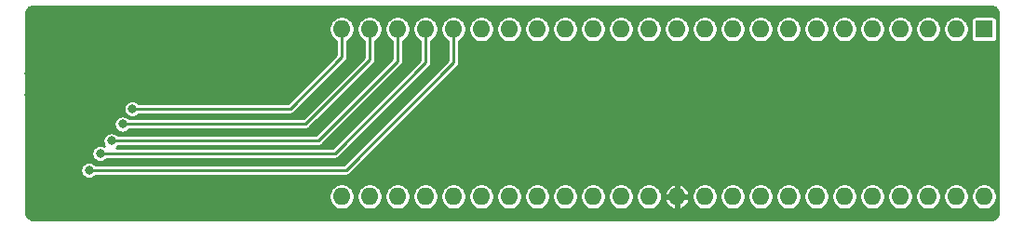
<source format=gbr>
G04 #@! TF.GenerationSoftware,KiCad,Pcbnew,(5.1.12)-1*
G04 #@! TF.CreationDate,2021-12-10T19:42:55+00:00*
G04 #@! TF.ProjectId,RGBtoHDMI Amiga Denise DIP Breakout FFC - CDTV v2,52474274-6f48-4444-9d49-20416d696761,v2*
G04 #@! TF.SameCoordinates,Original*
G04 #@! TF.FileFunction,Copper,L2,Bot*
G04 #@! TF.FilePolarity,Positive*
%FSLAX46Y46*%
G04 Gerber Fmt 4.6, Leading zero omitted, Abs format (unit mm)*
G04 Created by KiCad (PCBNEW (5.1.12)-1) date 2021-12-10 19:42:55*
%MOMM*%
%LPD*%
G01*
G04 APERTURE LIST*
G04 #@! TA.AperFunction,ComponentPad*
%ADD10R,1.600000X1.600000*%
G04 #@! TD*
G04 #@! TA.AperFunction,ComponentPad*
%ADD11O,1.600000X1.600000*%
G04 #@! TD*
G04 #@! TA.AperFunction,ViaPad*
%ADD12C,0.800000*%
G04 #@! TD*
G04 #@! TA.AperFunction,Conductor*
%ADD13C,0.250000*%
G04 #@! TD*
G04 #@! TA.AperFunction,Conductor*
%ADD14C,0.254000*%
G04 #@! TD*
G04 #@! TA.AperFunction,Conductor*
%ADD15C,0.100000*%
G04 #@! TD*
G04 APERTURE END LIST*
D10*
X161925000Y-70485000D03*
D11*
X103505000Y-85725000D03*
X159385000Y-70485000D03*
X106045000Y-85725000D03*
X156845000Y-70485000D03*
X108585000Y-85725000D03*
X154305000Y-70485000D03*
X111125000Y-85725000D03*
X151765000Y-70485000D03*
X113665000Y-85725000D03*
X149225000Y-70485000D03*
X116205000Y-85725000D03*
X146685000Y-70485000D03*
X118745000Y-85725000D03*
X144145000Y-70485000D03*
X121285000Y-85725000D03*
X141605000Y-70485000D03*
X123825000Y-85725000D03*
X139065000Y-70485000D03*
X126365000Y-85725000D03*
X136525000Y-70485000D03*
X128905000Y-85725000D03*
X133985000Y-70485000D03*
X131445000Y-85725000D03*
X131445000Y-70485000D03*
X133985000Y-85725000D03*
X128905000Y-70485000D03*
X136525000Y-85725000D03*
X126365000Y-70485000D03*
X139065000Y-85725000D03*
X123825000Y-70485000D03*
X141605000Y-85725000D03*
X121285000Y-70485000D03*
X144145000Y-85725000D03*
X118745000Y-70485000D03*
X146685000Y-85725000D03*
X116205000Y-70485000D03*
X149225000Y-85725000D03*
X113665000Y-70485000D03*
X151765000Y-85725000D03*
X111125000Y-70485000D03*
X154305000Y-85725000D03*
X108585000Y-70485000D03*
X156845000Y-85725000D03*
X106045000Y-70485000D03*
X159385000Y-85725000D03*
X103505000Y-70485000D03*
X161925000Y-85725000D03*
D12*
X97536000Y-76327000D03*
X98933000Y-76327000D03*
X98933000Y-74676000D03*
X97536000Y-74676000D03*
X75057000Y-76454000D03*
X76454000Y-76454000D03*
X76454000Y-74549000D03*
X75057000Y-74549000D03*
X92456000Y-74676000D03*
X92456000Y-71247000D03*
X94996000Y-74676000D03*
X94996000Y-71374000D03*
X84455000Y-77724000D03*
X83566000Y-79121000D03*
X82550004Y-80645000D03*
X81534000Y-81788000D03*
X80518006Y-83312000D03*
D13*
X98806000Y-77724000D02*
X84455000Y-77724000D01*
X103505000Y-73025000D02*
X98806000Y-77724000D01*
X103505000Y-70485000D02*
X103505000Y-73025000D01*
X100203000Y-79121000D02*
X83566000Y-79121000D01*
X106045000Y-73279000D02*
X100203000Y-79121000D01*
X106045000Y-70485000D02*
X106045000Y-73279000D01*
X101346000Y-80645000D02*
X82550004Y-80645000D01*
X108585000Y-73406000D02*
X101346000Y-80645000D01*
X108585000Y-70485000D02*
X108585000Y-73406000D01*
X102870000Y-81788000D02*
X81534000Y-81788000D01*
X111125000Y-73533000D02*
X102870000Y-81788000D01*
X111125000Y-70485000D02*
X111125000Y-73533000D01*
X103886000Y-83312000D02*
X80518006Y-83312000D01*
X113665000Y-73533000D02*
X103886000Y-83312000D01*
X113665000Y-70485000D02*
X113665000Y-73533000D01*
D14*
X162688135Y-68440870D02*
X162811388Y-68478082D01*
X162925068Y-68538526D01*
X163024841Y-68619899D01*
X163106911Y-68719105D01*
X163168147Y-68832357D01*
X163206220Y-68955352D01*
X163222000Y-69105492D01*
X163222001Y-87098470D01*
X163207130Y-87250135D01*
X163169918Y-87373388D01*
X163109474Y-87487067D01*
X163028097Y-87586845D01*
X162928897Y-87668910D01*
X162815640Y-87730148D01*
X162692648Y-87768220D01*
X162542508Y-87784000D01*
X75461520Y-87784000D01*
X75309865Y-87769130D01*
X75186612Y-87731918D01*
X75072933Y-87671474D01*
X74973155Y-87590097D01*
X74891090Y-87490897D01*
X74829852Y-87377640D01*
X74791780Y-87254648D01*
X74776000Y-87104508D01*
X74776000Y-85608682D01*
X102324000Y-85608682D01*
X102324000Y-85841318D01*
X102369386Y-86069485D01*
X102458412Y-86284413D01*
X102587658Y-86477843D01*
X102752157Y-86642342D01*
X102945587Y-86771588D01*
X103160515Y-86860614D01*
X103388682Y-86906000D01*
X103621318Y-86906000D01*
X103849485Y-86860614D01*
X104064413Y-86771588D01*
X104257843Y-86642342D01*
X104422342Y-86477843D01*
X104551588Y-86284413D01*
X104640614Y-86069485D01*
X104686000Y-85841318D01*
X104686000Y-85608682D01*
X104864000Y-85608682D01*
X104864000Y-85841318D01*
X104909386Y-86069485D01*
X104998412Y-86284413D01*
X105127658Y-86477843D01*
X105292157Y-86642342D01*
X105485587Y-86771588D01*
X105700515Y-86860614D01*
X105928682Y-86906000D01*
X106161318Y-86906000D01*
X106389485Y-86860614D01*
X106604413Y-86771588D01*
X106797843Y-86642342D01*
X106962342Y-86477843D01*
X107091588Y-86284413D01*
X107180614Y-86069485D01*
X107226000Y-85841318D01*
X107226000Y-85608682D01*
X107404000Y-85608682D01*
X107404000Y-85841318D01*
X107449386Y-86069485D01*
X107538412Y-86284413D01*
X107667658Y-86477843D01*
X107832157Y-86642342D01*
X108025587Y-86771588D01*
X108240515Y-86860614D01*
X108468682Y-86906000D01*
X108701318Y-86906000D01*
X108929485Y-86860614D01*
X109144413Y-86771588D01*
X109337843Y-86642342D01*
X109502342Y-86477843D01*
X109631588Y-86284413D01*
X109720614Y-86069485D01*
X109766000Y-85841318D01*
X109766000Y-85608682D01*
X109944000Y-85608682D01*
X109944000Y-85841318D01*
X109989386Y-86069485D01*
X110078412Y-86284413D01*
X110207658Y-86477843D01*
X110372157Y-86642342D01*
X110565587Y-86771588D01*
X110780515Y-86860614D01*
X111008682Y-86906000D01*
X111241318Y-86906000D01*
X111469485Y-86860614D01*
X111684413Y-86771588D01*
X111877843Y-86642342D01*
X112042342Y-86477843D01*
X112171588Y-86284413D01*
X112260614Y-86069485D01*
X112306000Y-85841318D01*
X112306000Y-85608682D01*
X112484000Y-85608682D01*
X112484000Y-85841318D01*
X112529386Y-86069485D01*
X112618412Y-86284413D01*
X112747658Y-86477843D01*
X112912157Y-86642342D01*
X113105587Y-86771588D01*
X113320515Y-86860614D01*
X113548682Y-86906000D01*
X113781318Y-86906000D01*
X114009485Y-86860614D01*
X114224413Y-86771588D01*
X114417843Y-86642342D01*
X114582342Y-86477843D01*
X114711588Y-86284413D01*
X114800614Y-86069485D01*
X114846000Y-85841318D01*
X114846000Y-85608682D01*
X115024000Y-85608682D01*
X115024000Y-85841318D01*
X115069386Y-86069485D01*
X115158412Y-86284413D01*
X115287658Y-86477843D01*
X115452157Y-86642342D01*
X115645587Y-86771588D01*
X115860515Y-86860614D01*
X116088682Y-86906000D01*
X116321318Y-86906000D01*
X116549485Y-86860614D01*
X116764413Y-86771588D01*
X116957843Y-86642342D01*
X117122342Y-86477843D01*
X117251588Y-86284413D01*
X117340614Y-86069485D01*
X117386000Y-85841318D01*
X117386000Y-85608682D01*
X117564000Y-85608682D01*
X117564000Y-85841318D01*
X117609386Y-86069485D01*
X117698412Y-86284413D01*
X117827658Y-86477843D01*
X117992157Y-86642342D01*
X118185587Y-86771588D01*
X118400515Y-86860614D01*
X118628682Y-86906000D01*
X118861318Y-86906000D01*
X119089485Y-86860614D01*
X119304413Y-86771588D01*
X119497843Y-86642342D01*
X119662342Y-86477843D01*
X119791588Y-86284413D01*
X119880614Y-86069485D01*
X119926000Y-85841318D01*
X119926000Y-85608682D01*
X120104000Y-85608682D01*
X120104000Y-85841318D01*
X120149386Y-86069485D01*
X120238412Y-86284413D01*
X120367658Y-86477843D01*
X120532157Y-86642342D01*
X120725587Y-86771588D01*
X120940515Y-86860614D01*
X121168682Y-86906000D01*
X121401318Y-86906000D01*
X121629485Y-86860614D01*
X121844413Y-86771588D01*
X122037843Y-86642342D01*
X122202342Y-86477843D01*
X122331588Y-86284413D01*
X122420614Y-86069485D01*
X122466000Y-85841318D01*
X122466000Y-85608682D01*
X122644000Y-85608682D01*
X122644000Y-85841318D01*
X122689386Y-86069485D01*
X122778412Y-86284413D01*
X122907658Y-86477843D01*
X123072157Y-86642342D01*
X123265587Y-86771588D01*
X123480515Y-86860614D01*
X123708682Y-86906000D01*
X123941318Y-86906000D01*
X124169485Y-86860614D01*
X124384413Y-86771588D01*
X124577843Y-86642342D01*
X124742342Y-86477843D01*
X124871588Y-86284413D01*
X124960614Y-86069485D01*
X125006000Y-85841318D01*
X125006000Y-85608682D01*
X125184000Y-85608682D01*
X125184000Y-85841318D01*
X125229386Y-86069485D01*
X125318412Y-86284413D01*
X125447658Y-86477843D01*
X125612157Y-86642342D01*
X125805587Y-86771588D01*
X126020515Y-86860614D01*
X126248682Y-86906000D01*
X126481318Y-86906000D01*
X126709485Y-86860614D01*
X126924413Y-86771588D01*
X127117843Y-86642342D01*
X127282342Y-86477843D01*
X127411588Y-86284413D01*
X127500614Y-86069485D01*
X127546000Y-85841318D01*
X127546000Y-85608682D01*
X127724000Y-85608682D01*
X127724000Y-85841318D01*
X127769386Y-86069485D01*
X127858412Y-86284413D01*
X127987658Y-86477843D01*
X128152157Y-86642342D01*
X128345587Y-86771588D01*
X128560515Y-86860614D01*
X128788682Y-86906000D01*
X129021318Y-86906000D01*
X129249485Y-86860614D01*
X129464413Y-86771588D01*
X129657843Y-86642342D01*
X129822342Y-86477843D01*
X129951588Y-86284413D01*
X130040614Y-86069485D01*
X130086000Y-85841318D01*
X130086000Y-85608682D01*
X130264000Y-85608682D01*
X130264000Y-85841318D01*
X130309386Y-86069485D01*
X130398412Y-86284413D01*
X130527658Y-86477843D01*
X130692157Y-86642342D01*
X130885587Y-86771588D01*
X131100515Y-86860614D01*
X131328682Y-86906000D01*
X131561318Y-86906000D01*
X131789485Y-86860614D01*
X132004413Y-86771588D01*
X132197843Y-86642342D01*
X132362342Y-86477843D01*
X132491588Y-86284413D01*
X132580614Y-86069485D01*
X132587649Y-86034115D01*
X132845165Y-86034115D01*
X132927372Y-86250546D01*
X133050223Y-86446781D01*
X133208997Y-86615278D01*
X133397592Y-86749562D01*
X133608761Y-86844473D01*
X133675886Y-86864829D01*
X133858000Y-86803297D01*
X133858000Y-85852000D01*
X134112000Y-85852000D01*
X134112000Y-86803297D01*
X134294114Y-86864829D01*
X134361239Y-86844473D01*
X134572408Y-86749562D01*
X134761003Y-86615278D01*
X134919777Y-86446781D01*
X135042628Y-86250546D01*
X135124835Y-86034115D01*
X135063908Y-85852000D01*
X134112000Y-85852000D01*
X133858000Y-85852000D01*
X132906092Y-85852000D01*
X132845165Y-86034115D01*
X132587649Y-86034115D01*
X132626000Y-85841318D01*
X132626000Y-85608682D01*
X135344000Y-85608682D01*
X135344000Y-85841318D01*
X135389386Y-86069485D01*
X135478412Y-86284413D01*
X135607658Y-86477843D01*
X135772157Y-86642342D01*
X135965587Y-86771588D01*
X136180515Y-86860614D01*
X136408682Y-86906000D01*
X136641318Y-86906000D01*
X136869485Y-86860614D01*
X137084413Y-86771588D01*
X137277843Y-86642342D01*
X137442342Y-86477843D01*
X137571588Y-86284413D01*
X137660614Y-86069485D01*
X137706000Y-85841318D01*
X137706000Y-85608682D01*
X137884000Y-85608682D01*
X137884000Y-85841318D01*
X137929386Y-86069485D01*
X138018412Y-86284413D01*
X138147658Y-86477843D01*
X138312157Y-86642342D01*
X138505587Y-86771588D01*
X138720515Y-86860614D01*
X138948682Y-86906000D01*
X139181318Y-86906000D01*
X139409485Y-86860614D01*
X139624413Y-86771588D01*
X139817843Y-86642342D01*
X139982342Y-86477843D01*
X140111588Y-86284413D01*
X140200614Y-86069485D01*
X140246000Y-85841318D01*
X140246000Y-85608682D01*
X140424000Y-85608682D01*
X140424000Y-85841318D01*
X140469386Y-86069485D01*
X140558412Y-86284413D01*
X140687658Y-86477843D01*
X140852157Y-86642342D01*
X141045587Y-86771588D01*
X141260515Y-86860614D01*
X141488682Y-86906000D01*
X141721318Y-86906000D01*
X141949485Y-86860614D01*
X142164413Y-86771588D01*
X142357843Y-86642342D01*
X142522342Y-86477843D01*
X142651588Y-86284413D01*
X142740614Y-86069485D01*
X142786000Y-85841318D01*
X142786000Y-85608682D01*
X142964000Y-85608682D01*
X142964000Y-85841318D01*
X143009386Y-86069485D01*
X143098412Y-86284413D01*
X143227658Y-86477843D01*
X143392157Y-86642342D01*
X143585587Y-86771588D01*
X143800515Y-86860614D01*
X144028682Y-86906000D01*
X144261318Y-86906000D01*
X144489485Y-86860614D01*
X144704413Y-86771588D01*
X144897843Y-86642342D01*
X145062342Y-86477843D01*
X145191588Y-86284413D01*
X145280614Y-86069485D01*
X145326000Y-85841318D01*
X145326000Y-85608682D01*
X145504000Y-85608682D01*
X145504000Y-85841318D01*
X145549386Y-86069485D01*
X145638412Y-86284413D01*
X145767658Y-86477843D01*
X145932157Y-86642342D01*
X146125587Y-86771588D01*
X146340515Y-86860614D01*
X146568682Y-86906000D01*
X146801318Y-86906000D01*
X147029485Y-86860614D01*
X147244413Y-86771588D01*
X147437843Y-86642342D01*
X147602342Y-86477843D01*
X147731588Y-86284413D01*
X147820614Y-86069485D01*
X147866000Y-85841318D01*
X147866000Y-85608682D01*
X148044000Y-85608682D01*
X148044000Y-85841318D01*
X148089386Y-86069485D01*
X148178412Y-86284413D01*
X148307658Y-86477843D01*
X148472157Y-86642342D01*
X148665587Y-86771588D01*
X148880515Y-86860614D01*
X149108682Y-86906000D01*
X149341318Y-86906000D01*
X149569485Y-86860614D01*
X149784413Y-86771588D01*
X149977843Y-86642342D01*
X150142342Y-86477843D01*
X150271588Y-86284413D01*
X150360614Y-86069485D01*
X150406000Y-85841318D01*
X150406000Y-85608682D01*
X150584000Y-85608682D01*
X150584000Y-85841318D01*
X150629386Y-86069485D01*
X150718412Y-86284413D01*
X150847658Y-86477843D01*
X151012157Y-86642342D01*
X151205587Y-86771588D01*
X151420515Y-86860614D01*
X151648682Y-86906000D01*
X151881318Y-86906000D01*
X152109485Y-86860614D01*
X152324413Y-86771588D01*
X152517843Y-86642342D01*
X152682342Y-86477843D01*
X152811588Y-86284413D01*
X152900614Y-86069485D01*
X152946000Y-85841318D01*
X152946000Y-85608682D01*
X153124000Y-85608682D01*
X153124000Y-85841318D01*
X153169386Y-86069485D01*
X153258412Y-86284413D01*
X153387658Y-86477843D01*
X153552157Y-86642342D01*
X153745587Y-86771588D01*
X153960515Y-86860614D01*
X154188682Y-86906000D01*
X154421318Y-86906000D01*
X154649485Y-86860614D01*
X154864413Y-86771588D01*
X155057843Y-86642342D01*
X155222342Y-86477843D01*
X155351588Y-86284413D01*
X155440614Y-86069485D01*
X155486000Y-85841318D01*
X155486000Y-85608682D01*
X155664000Y-85608682D01*
X155664000Y-85841318D01*
X155709386Y-86069485D01*
X155798412Y-86284413D01*
X155927658Y-86477843D01*
X156092157Y-86642342D01*
X156285587Y-86771588D01*
X156500515Y-86860614D01*
X156728682Y-86906000D01*
X156961318Y-86906000D01*
X157189485Y-86860614D01*
X157404413Y-86771588D01*
X157597843Y-86642342D01*
X157762342Y-86477843D01*
X157891588Y-86284413D01*
X157980614Y-86069485D01*
X158026000Y-85841318D01*
X158026000Y-85608682D01*
X158204000Y-85608682D01*
X158204000Y-85841318D01*
X158249386Y-86069485D01*
X158338412Y-86284413D01*
X158467658Y-86477843D01*
X158632157Y-86642342D01*
X158825587Y-86771588D01*
X159040515Y-86860614D01*
X159268682Y-86906000D01*
X159501318Y-86906000D01*
X159729485Y-86860614D01*
X159944413Y-86771588D01*
X160137843Y-86642342D01*
X160302342Y-86477843D01*
X160431588Y-86284413D01*
X160520614Y-86069485D01*
X160566000Y-85841318D01*
X160566000Y-85608682D01*
X160744000Y-85608682D01*
X160744000Y-85841318D01*
X160789386Y-86069485D01*
X160878412Y-86284413D01*
X161007658Y-86477843D01*
X161172157Y-86642342D01*
X161365587Y-86771588D01*
X161580515Y-86860614D01*
X161808682Y-86906000D01*
X162041318Y-86906000D01*
X162269485Y-86860614D01*
X162484413Y-86771588D01*
X162677843Y-86642342D01*
X162842342Y-86477843D01*
X162971588Y-86284413D01*
X163060614Y-86069485D01*
X163106000Y-85841318D01*
X163106000Y-85608682D01*
X163060614Y-85380515D01*
X162971588Y-85165587D01*
X162842342Y-84972157D01*
X162677843Y-84807658D01*
X162484413Y-84678412D01*
X162269485Y-84589386D01*
X162041318Y-84544000D01*
X161808682Y-84544000D01*
X161580515Y-84589386D01*
X161365587Y-84678412D01*
X161172157Y-84807658D01*
X161007658Y-84972157D01*
X160878412Y-85165587D01*
X160789386Y-85380515D01*
X160744000Y-85608682D01*
X160566000Y-85608682D01*
X160520614Y-85380515D01*
X160431588Y-85165587D01*
X160302342Y-84972157D01*
X160137843Y-84807658D01*
X159944413Y-84678412D01*
X159729485Y-84589386D01*
X159501318Y-84544000D01*
X159268682Y-84544000D01*
X159040515Y-84589386D01*
X158825587Y-84678412D01*
X158632157Y-84807658D01*
X158467658Y-84972157D01*
X158338412Y-85165587D01*
X158249386Y-85380515D01*
X158204000Y-85608682D01*
X158026000Y-85608682D01*
X157980614Y-85380515D01*
X157891588Y-85165587D01*
X157762342Y-84972157D01*
X157597843Y-84807658D01*
X157404413Y-84678412D01*
X157189485Y-84589386D01*
X156961318Y-84544000D01*
X156728682Y-84544000D01*
X156500515Y-84589386D01*
X156285587Y-84678412D01*
X156092157Y-84807658D01*
X155927658Y-84972157D01*
X155798412Y-85165587D01*
X155709386Y-85380515D01*
X155664000Y-85608682D01*
X155486000Y-85608682D01*
X155440614Y-85380515D01*
X155351588Y-85165587D01*
X155222342Y-84972157D01*
X155057843Y-84807658D01*
X154864413Y-84678412D01*
X154649485Y-84589386D01*
X154421318Y-84544000D01*
X154188682Y-84544000D01*
X153960515Y-84589386D01*
X153745587Y-84678412D01*
X153552157Y-84807658D01*
X153387658Y-84972157D01*
X153258412Y-85165587D01*
X153169386Y-85380515D01*
X153124000Y-85608682D01*
X152946000Y-85608682D01*
X152900614Y-85380515D01*
X152811588Y-85165587D01*
X152682342Y-84972157D01*
X152517843Y-84807658D01*
X152324413Y-84678412D01*
X152109485Y-84589386D01*
X151881318Y-84544000D01*
X151648682Y-84544000D01*
X151420515Y-84589386D01*
X151205587Y-84678412D01*
X151012157Y-84807658D01*
X150847658Y-84972157D01*
X150718412Y-85165587D01*
X150629386Y-85380515D01*
X150584000Y-85608682D01*
X150406000Y-85608682D01*
X150360614Y-85380515D01*
X150271588Y-85165587D01*
X150142342Y-84972157D01*
X149977843Y-84807658D01*
X149784413Y-84678412D01*
X149569485Y-84589386D01*
X149341318Y-84544000D01*
X149108682Y-84544000D01*
X148880515Y-84589386D01*
X148665587Y-84678412D01*
X148472157Y-84807658D01*
X148307658Y-84972157D01*
X148178412Y-85165587D01*
X148089386Y-85380515D01*
X148044000Y-85608682D01*
X147866000Y-85608682D01*
X147820614Y-85380515D01*
X147731588Y-85165587D01*
X147602342Y-84972157D01*
X147437843Y-84807658D01*
X147244413Y-84678412D01*
X147029485Y-84589386D01*
X146801318Y-84544000D01*
X146568682Y-84544000D01*
X146340515Y-84589386D01*
X146125587Y-84678412D01*
X145932157Y-84807658D01*
X145767658Y-84972157D01*
X145638412Y-85165587D01*
X145549386Y-85380515D01*
X145504000Y-85608682D01*
X145326000Y-85608682D01*
X145280614Y-85380515D01*
X145191588Y-85165587D01*
X145062342Y-84972157D01*
X144897843Y-84807658D01*
X144704413Y-84678412D01*
X144489485Y-84589386D01*
X144261318Y-84544000D01*
X144028682Y-84544000D01*
X143800515Y-84589386D01*
X143585587Y-84678412D01*
X143392157Y-84807658D01*
X143227658Y-84972157D01*
X143098412Y-85165587D01*
X143009386Y-85380515D01*
X142964000Y-85608682D01*
X142786000Y-85608682D01*
X142740614Y-85380515D01*
X142651588Y-85165587D01*
X142522342Y-84972157D01*
X142357843Y-84807658D01*
X142164413Y-84678412D01*
X141949485Y-84589386D01*
X141721318Y-84544000D01*
X141488682Y-84544000D01*
X141260515Y-84589386D01*
X141045587Y-84678412D01*
X140852157Y-84807658D01*
X140687658Y-84972157D01*
X140558412Y-85165587D01*
X140469386Y-85380515D01*
X140424000Y-85608682D01*
X140246000Y-85608682D01*
X140200614Y-85380515D01*
X140111588Y-85165587D01*
X139982342Y-84972157D01*
X139817843Y-84807658D01*
X139624413Y-84678412D01*
X139409485Y-84589386D01*
X139181318Y-84544000D01*
X138948682Y-84544000D01*
X138720515Y-84589386D01*
X138505587Y-84678412D01*
X138312157Y-84807658D01*
X138147658Y-84972157D01*
X138018412Y-85165587D01*
X137929386Y-85380515D01*
X137884000Y-85608682D01*
X137706000Y-85608682D01*
X137660614Y-85380515D01*
X137571588Y-85165587D01*
X137442342Y-84972157D01*
X137277843Y-84807658D01*
X137084413Y-84678412D01*
X136869485Y-84589386D01*
X136641318Y-84544000D01*
X136408682Y-84544000D01*
X136180515Y-84589386D01*
X135965587Y-84678412D01*
X135772157Y-84807658D01*
X135607658Y-84972157D01*
X135478412Y-85165587D01*
X135389386Y-85380515D01*
X135344000Y-85608682D01*
X132626000Y-85608682D01*
X132587650Y-85415885D01*
X132845165Y-85415885D01*
X132906092Y-85598000D01*
X133858000Y-85598000D01*
X133858000Y-84646703D01*
X134112000Y-84646703D01*
X134112000Y-85598000D01*
X135063908Y-85598000D01*
X135124835Y-85415885D01*
X135042628Y-85199454D01*
X134919777Y-85003219D01*
X134761003Y-84834722D01*
X134572408Y-84700438D01*
X134361239Y-84605527D01*
X134294114Y-84585171D01*
X134112000Y-84646703D01*
X133858000Y-84646703D01*
X133675886Y-84585171D01*
X133608761Y-84605527D01*
X133397592Y-84700438D01*
X133208997Y-84834722D01*
X133050223Y-85003219D01*
X132927372Y-85199454D01*
X132845165Y-85415885D01*
X132587650Y-85415885D01*
X132580614Y-85380515D01*
X132491588Y-85165587D01*
X132362342Y-84972157D01*
X132197843Y-84807658D01*
X132004413Y-84678412D01*
X131789485Y-84589386D01*
X131561318Y-84544000D01*
X131328682Y-84544000D01*
X131100515Y-84589386D01*
X130885587Y-84678412D01*
X130692157Y-84807658D01*
X130527658Y-84972157D01*
X130398412Y-85165587D01*
X130309386Y-85380515D01*
X130264000Y-85608682D01*
X130086000Y-85608682D01*
X130040614Y-85380515D01*
X129951588Y-85165587D01*
X129822342Y-84972157D01*
X129657843Y-84807658D01*
X129464413Y-84678412D01*
X129249485Y-84589386D01*
X129021318Y-84544000D01*
X128788682Y-84544000D01*
X128560515Y-84589386D01*
X128345587Y-84678412D01*
X128152157Y-84807658D01*
X127987658Y-84972157D01*
X127858412Y-85165587D01*
X127769386Y-85380515D01*
X127724000Y-85608682D01*
X127546000Y-85608682D01*
X127500614Y-85380515D01*
X127411588Y-85165587D01*
X127282342Y-84972157D01*
X127117843Y-84807658D01*
X126924413Y-84678412D01*
X126709485Y-84589386D01*
X126481318Y-84544000D01*
X126248682Y-84544000D01*
X126020515Y-84589386D01*
X125805587Y-84678412D01*
X125612157Y-84807658D01*
X125447658Y-84972157D01*
X125318412Y-85165587D01*
X125229386Y-85380515D01*
X125184000Y-85608682D01*
X125006000Y-85608682D01*
X124960614Y-85380515D01*
X124871588Y-85165587D01*
X124742342Y-84972157D01*
X124577843Y-84807658D01*
X124384413Y-84678412D01*
X124169485Y-84589386D01*
X123941318Y-84544000D01*
X123708682Y-84544000D01*
X123480515Y-84589386D01*
X123265587Y-84678412D01*
X123072157Y-84807658D01*
X122907658Y-84972157D01*
X122778412Y-85165587D01*
X122689386Y-85380515D01*
X122644000Y-85608682D01*
X122466000Y-85608682D01*
X122420614Y-85380515D01*
X122331588Y-85165587D01*
X122202342Y-84972157D01*
X122037843Y-84807658D01*
X121844413Y-84678412D01*
X121629485Y-84589386D01*
X121401318Y-84544000D01*
X121168682Y-84544000D01*
X120940515Y-84589386D01*
X120725587Y-84678412D01*
X120532157Y-84807658D01*
X120367658Y-84972157D01*
X120238412Y-85165587D01*
X120149386Y-85380515D01*
X120104000Y-85608682D01*
X119926000Y-85608682D01*
X119880614Y-85380515D01*
X119791588Y-85165587D01*
X119662342Y-84972157D01*
X119497843Y-84807658D01*
X119304413Y-84678412D01*
X119089485Y-84589386D01*
X118861318Y-84544000D01*
X118628682Y-84544000D01*
X118400515Y-84589386D01*
X118185587Y-84678412D01*
X117992157Y-84807658D01*
X117827658Y-84972157D01*
X117698412Y-85165587D01*
X117609386Y-85380515D01*
X117564000Y-85608682D01*
X117386000Y-85608682D01*
X117340614Y-85380515D01*
X117251588Y-85165587D01*
X117122342Y-84972157D01*
X116957843Y-84807658D01*
X116764413Y-84678412D01*
X116549485Y-84589386D01*
X116321318Y-84544000D01*
X116088682Y-84544000D01*
X115860515Y-84589386D01*
X115645587Y-84678412D01*
X115452157Y-84807658D01*
X115287658Y-84972157D01*
X115158412Y-85165587D01*
X115069386Y-85380515D01*
X115024000Y-85608682D01*
X114846000Y-85608682D01*
X114800614Y-85380515D01*
X114711588Y-85165587D01*
X114582342Y-84972157D01*
X114417843Y-84807658D01*
X114224413Y-84678412D01*
X114009485Y-84589386D01*
X113781318Y-84544000D01*
X113548682Y-84544000D01*
X113320515Y-84589386D01*
X113105587Y-84678412D01*
X112912157Y-84807658D01*
X112747658Y-84972157D01*
X112618412Y-85165587D01*
X112529386Y-85380515D01*
X112484000Y-85608682D01*
X112306000Y-85608682D01*
X112260614Y-85380515D01*
X112171588Y-85165587D01*
X112042342Y-84972157D01*
X111877843Y-84807658D01*
X111684413Y-84678412D01*
X111469485Y-84589386D01*
X111241318Y-84544000D01*
X111008682Y-84544000D01*
X110780515Y-84589386D01*
X110565587Y-84678412D01*
X110372157Y-84807658D01*
X110207658Y-84972157D01*
X110078412Y-85165587D01*
X109989386Y-85380515D01*
X109944000Y-85608682D01*
X109766000Y-85608682D01*
X109720614Y-85380515D01*
X109631588Y-85165587D01*
X109502342Y-84972157D01*
X109337843Y-84807658D01*
X109144413Y-84678412D01*
X108929485Y-84589386D01*
X108701318Y-84544000D01*
X108468682Y-84544000D01*
X108240515Y-84589386D01*
X108025587Y-84678412D01*
X107832157Y-84807658D01*
X107667658Y-84972157D01*
X107538412Y-85165587D01*
X107449386Y-85380515D01*
X107404000Y-85608682D01*
X107226000Y-85608682D01*
X107180614Y-85380515D01*
X107091588Y-85165587D01*
X106962342Y-84972157D01*
X106797843Y-84807658D01*
X106604413Y-84678412D01*
X106389485Y-84589386D01*
X106161318Y-84544000D01*
X105928682Y-84544000D01*
X105700515Y-84589386D01*
X105485587Y-84678412D01*
X105292157Y-84807658D01*
X105127658Y-84972157D01*
X104998412Y-85165587D01*
X104909386Y-85380515D01*
X104864000Y-85608682D01*
X104686000Y-85608682D01*
X104640614Y-85380515D01*
X104551588Y-85165587D01*
X104422342Y-84972157D01*
X104257843Y-84807658D01*
X104064413Y-84678412D01*
X103849485Y-84589386D01*
X103621318Y-84544000D01*
X103388682Y-84544000D01*
X103160515Y-84589386D01*
X102945587Y-84678412D01*
X102752157Y-84807658D01*
X102587658Y-84972157D01*
X102458412Y-85165587D01*
X102369386Y-85380515D01*
X102324000Y-85608682D01*
X74776000Y-85608682D01*
X74776000Y-83235078D01*
X79737006Y-83235078D01*
X79737006Y-83388922D01*
X79767019Y-83539809D01*
X79825893Y-83681942D01*
X79911364Y-83809859D01*
X80020147Y-83918642D01*
X80148064Y-84004113D01*
X80290197Y-84062987D01*
X80441084Y-84093000D01*
X80594928Y-84093000D01*
X80745815Y-84062987D01*
X80887948Y-84004113D01*
X81015865Y-83918642D01*
X81116507Y-83818000D01*
X103861154Y-83818000D01*
X103886000Y-83820447D01*
X103910846Y-83818000D01*
X103910854Y-83818000D01*
X103985193Y-83810678D01*
X104080575Y-83781745D01*
X104168479Y-83734759D01*
X104245527Y-83671527D01*
X104261376Y-83652215D01*
X114005220Y-73908372D01*
X114024527Y-73892527D01*
X114087759Y-73815479D01*
X114134745Y-73727575D01*
X114163678Y-73632193D01*
X114171000Y-73557854D01*
X114171000Y-73557847D01*
X114173447Y-73533001D01*
X114171000Y-73508155D01*
X114171000Y-71553712D01*
X114224413Y-71531588D01*
X114417843Y-71402342D01*
X114582342Y-71237843D01*
X114711588Y-71044413D01*
X114800614Y-70829485D01*
X114846000Y-70601318D01*
X114846000Y-70368682D01*
X115024000Y-70368682D01*
X115024000Y-70601318D01*
X115069386Y-70829485D01*
X115158412Y-71044413D01*
X115287658Y-71237843D01*
X115452157Y-71402342D01*
X115645587Y-71531588D01*
X115860515Y-71620614D01*
X116088682Y-71666000D01*
X116321318Y-71666000D01*
X116549485Y-71620614D01*
X116764413Y-71531588D01*
X116957843Y-71402342D01*
X117122342Y-71237843D01*
X117251588Y-71044413D01*
X117340614Y-70829485D01*
X117386000Y-70601318D01*
X117386000Y-70368682D01*
X117564000Y-70368682D01*
X117564000Y-70601318D01*
X117609386Y-70829485D01*
X117698412Y-71044413D01*
X117827658Y-71237843D01*
X117992157Y-71402342D01*
X118185587Y-71531588D01*
X118400515Y-71620614D01*
X118628682Y-71666000D01*
X118861318Y-71666000D01*
X119089485Y-71620614D01*
X119304413Y-71531588D01*
X119497843Y-71402342D01*
X119662342Y-71237843D01*
X119791588Y-71044413D01*
X119880614Y-70829485D01*
X119926000Y-70601318D01*
X119926000Y-70368682D01*
X120104000Y-70368682D01*
X120104000Y-70601318D01*
X120149386Y-70829485D01*
X120238412Y-71044413D01*
X120367658Y-71237843D01*
X120532157Y-71402342D01*
X120725587Y-71531588D01*
X120940515Y-71620614D01*
X121168682Y-71666000D01*
X121401318Y-71666000D01*
X121629485Y-71620614D01*
X121844413Y-71531588D01*
X122037843Y-71402342D01*
X122202342Y-71237843D01*
X122331588Y-71044413D01*
X122420614Y-70829485D01*
X122466000Y-70601318D01*
X122466000Y-70368682D01*
X122644000Y-70368682D01*
X122644000Y-70601318D01*
X122689386Y-70829485D01*
X122778412Y-71044413D01*
X122907658Y-71237843D01*
X123072157Y-71402342D01*
X123265587Y-71531588D01*
X123480515Y-71620614D01*
X123708682Y-71666000D01*
X123941318Y-71666000D01*
X124169485Y-71620614D01*
X124384413Y-71531588D01*
X124577843Y-71402342D01*
X124742342Y-71237843D01*
X124871588Y-71044413D01*
X124960614Y-70829485D01*
X125006000Y-70601318D01*
X125006000Y-70368682D01*
X125184000Y-70368682D01*
X125184000Y-70601318D01*
X125229386Y-70829485D01*
X125318412Y-71044413D01*
X125447658Y-71237843D01*
X125612157Y-71402342D01*
X125805587Y-71531588D01*
X126020515Y-71620614D01*
X126248682Y-71666000D01*
X126481318Y-71666000D01*
X126709485Y-71620614D01*
X126924413Y-71531588D01*
X127117843Y-71402342D01*
X127282342Y-71237843D01*
X127411588Y-71044413D01*
X127500614Y-70829485D01*
X127546000Y-70601318D01*
X127546000Y-70368682D01*
X127724000Y-70368682D01*
X127724000Y-70601318D01*
X127769386Y-70829485D01*
X127858412Y-71044413D01*
X127987658Y-71237843D01*
X128152157Y-71402342D01*
X128345587Y-71531588D01*
X128560515Y-71620614D01*
X128788682Y-71666000D01*
X129021318Y-71666000D01*
X129249485Y-71620614D01*
X129464413Y-71531588D01*
X129657843Y-71402342D01*
X129822342Y-71237843D01*
X129951588Y-71044413D01*
X130040614Y-70829485D01*
X130086000Y-70601318D01*
X130086000Y-70368682D01*
X130264000Y-70368682D01*
X130264000Y-70601318D01*
X130309386Y-70829485D01*
X130398412Y-71044413D01*
X130527658Y-71237843D01*
X130692157Y-71402342D01*
X130885587Y-71531588D01*
X131100515Y-71620614D01*
X131328682Y-71666000D01*
X131561318Y-71666000D01*
X131789485Y-71620614D01*
X132004413Y-71531588D01*
X132197843Y-71402342D01*
X132362342Y-71237843D01*
X132491588Y-71044413D01*
X132580614Y-70829485D01*
X132626000Y-70601318D01*
X132626000Y-70368682D01*
X132804000Y-70368682D01*
X132804000Y-70601318D01*
X132849386Y-70829485D01*
X132938412Y-71044413D01*
X133067658Y-71237843D01*
X133232157Y-71402342D01*
X133425587Y-71531588D01*
X133640515Y-71620614D01*
X133868682Y-71666000D01*
X134101318Y-71666000D01*
X134329485Y-71620614D01*
X134544413Y-71531588D01*
X134737843Y-71402342D01*
X134902342Y-71237843D01*
X135031588Y-71044413D01*
X135120614Y-70829485D01*
X135166000Y-70601318D01*
X135166000Y-70368682D01*
X135344000Y-70368682D01*
X135344000Y-70601318D01*
X135389386Y-70829485D01*
X135478412Y-71044413D01*
X135607658Y-71237843D01*
X135772157Y-71402342D01*
X135965587Y-71531588D01*
X136180515Y-71620614D01*
X136408682Y-71666000D01*
X136641318Y-71666000D01*
X136869485Y-71620614D01*
X137084413Y-71531588D01*
X137277843Y-71402342D01*
X137442342Y-71237843D01*
X137571588Y-71044413D01*
X137660614Y-70829485D01*
X137706000Y-70601318D01*
X137706000Y-70368682D01*
X137884000Y-70368682D01*
X137884000Y-70601318D01*
X137929386Y-70829485D01*
X138018412Y-71044413D01*
X138147658Y-71237843D01*
X138312157Y-71402342D01*
X138505587Y-71531588D01*
X138720515Y-71620614D01*
X138948682Y-71666000D01*
X139181318Y-71666000D01*
X139409485Y-71620614D01*
X139624413Y-71531588D01*
X139817843Y-71402342D01*
X139982342Y-71237843D01*
X140111588Y-71044413D01*
X140200614Y-70829485D01*
X140246000Y-70601318D01*
X140246000Y-70368682D01*
X140424000Y-70368682D01*
X140424000Y-70601318D01*
X140469386Y-70829485D01*
X140558412Y-71044413D01*
X140687658Y-71237843D01*
X140852157Y-71402342D01*
X141045587Y-71531588D01*
X141260515Y-71620614D01*
X141488682Y-71666000D01*
X141721318Y-71666000D01*
X141949485Y-71620614D01*
X142164413Y-71531588D01*
X142357843Y-71402342D01*
X142522342Y-71237843D01*
X142651588Y-71044413D01*
X142740614Y-70829485D01*
X142786000Y-70601318D01*
X142786000Y-70368682D01*
X142964000Y-70368682D01*
X142964000Y-70601318D01*
X143009386Y-70829485D01*
X143098412Y-71044413D01*
X143227658Y-71237843D01*
X143392157Y-71402342D01*
X143585587Y-71531588D01*
X143800515Y-71620614D01*
X144028682Y-71666000D01*
X144261318Y-71666000D01*
X144489485Y-71620614D01*
X144704413Y-71531588D01*
X144897843Y-71402342D01*
X145062342Y-71237843D01*
X145191588Y-71044413D01*
X145280614Y-70829485D01*
X145326000Y-70601318D01*
X145326000Y-70368682D01*
X145504000Y-70368682D01*
X145504000Y-70601318D01*
X145549386Y-70829485D01*
X145638412Y-71044413D01*
X145767658Y-71237843D01*
X145932157Y-71402342D01*
X146125587Y-71531588D01*
X146340515Y-71620614D01*
X146568682Y-71666000D01*
X146801318Y-71666000D01*
X147029485Y-71620614D01*
X147244413Y-71531588D01*
X147437843Y-71402342D01*
X147602342Y-71237843D01*
X147731588Y-71044413D01*
X147820614Y-70829485D01*
X147866000Y-70601318D01*
X147866000Y-70368682D01*
X148044000Y-70368682D01*
X148044000Y-70601318D01*
X148089386Y-70829485D01*
X148178412Y-71044413D01*
X148307658Y-71237843D01*
X148472157Y-71402342D01*
X148665587Y-71531588D01*
X148880515Y-71620614D01*
X149108682Y-71666000D01*
X149341318Y-71666000D01*
X149569485Y-71620614D01*
X149784413Y-71531588D01*
X149977843Y-71402342D01*
X150142342Y-71237843D01*
X150271588Y-71044413D01*
X150360614Y-70829485D01*
X150406000Y-70601318D01*
X150406000Y-70368682D01*
X150584000Y-70368682D01*
X150584000Y-70601318D01*
X150629386Y-70829485D01*
X150718412Y-71044413D01*
X150847658Y-71237843D01*
X151012157Y-71402342D01*
X151205587Y-71531588D01*
X151420515Y-71620614D01*
X151648682Y-71666000D01*
X151881318Y-71666000D01*
X152109485Y-71620614D01*
X152324413Y-71531588D01*
X152517843Y-71402342D01*
X152682342Y-71237843D01*
X152811588Y-71044413D01*
X152900614Y-70829485D01*
X152946000Y-70601318D01*
X152946000Y-70368682D01*
X153124000Y-70368682D01*
X153124000Y-70601318D01*
X153169386Y-70829485D01*
X153258412Y-71044413D01*
X153387658Y-71237843D01*
X153552157Y-71402342D01*
X153745587Y-71531588D01*
X153960515Y-71620614D01*
X154188682Y-71666000D01*
X154421318Y-71666000D01*
X154649485Y-71620614D01*
X154864413Y-71531588D01*
X155057843Y-71402342D01*
X155222342Y-71237843D01*
X155351588Y-71044413D01*
X155440614Y-70829485D01*
X155486000Y-70601318D01*
X155486000Y-70368682D01*
X155664000Y-70368682D01*
X155664000Y-70601318D01*
X155709386Y-70829485D01*
X155798412Y-71044413D01*
X155927658Y-71237843D01*
X156092157Y-71402342D01*
X156285587Y-71531588D01*
X156500515Y-71620614D01*
X156728682Y-71666000D01*
X156961318Y-71666000D01*
X157189485Y-71620614D01*
X157404413Y-71531588D01*
X157597843Y-71402342D01*
X157762342Y-71237843D01*
X157891588Y-71044413D01*
X157980614Y-70829485D01*
X158026000Y-70601318D01*
X158026000Y-70368682D01*
X158204000Y-70368682D01*
X158204000Y-70601318D01*
X158249386Y-70829485D01*
X158338412Y-71044413D01*
X158467658Y-71237843D01*
X158632157Y-71402342D01*
X158825587Y-71531588D01*
X159040515Y-71620614D01*
X159268682Y-71666000D01*
X159501318Y-71666000D01*
X159729485Y-71620614D01*
X159944413Y-71531588D01*
X160137843Y-71402342D01*
X160302342Y-71237843D01*
X160431588Y-71044413D01*
X160520614Y-70829485D01*
X160566000Y-70601318D01*
X160566000Y-70368682D01*
X160520614Y-70140515D01*
X160431588Y-69925587D01*
X160302342Y-69732157D01*
X160255185Y-69685000D01*
X160742157Y-69685000D01*
X160742157Y-71285000D01*
X160749513Y-71359689D01*
X160771299Y-71431508D01*
X160806678Y-71497696D01*
X160854289Y-71555711D01*
X160912304Y-71603322D01*
X160978492Y-71638701D01*
X161050311Y-71660487D01*
X161125000Y-71667843D01*
X162725000Y-71667843D01*
X162799689Y-71660487D01*
X162871508Y-71638701D01*
X162937696Y-71603322D01*
X162995711Y-71555711D01*
X163043322Y-71497696D01*
X163078701Y-71431508D01*
X163100487Y-71359689D01*
X163107843Y-71285000D01*
X163107843Y-69685000D01*
X163100487Y-69610311D01*
X163078701Y-69538492D01*
X163043322Y-69472304D01*
X162995711Y-69414289D01*
X162937696Y-69366678D01*
X162871508Y-69331299D01*
X162799689Y-69309513D01*
X162725000Y-69302157D01*
X161125000Y-69302157D01*
X161050311Y-69309513D01*
X160978492Y-69331299D01*
X160912304Y-69366678D01*
X160854289Y-69414289D01*
X160806678Y-69472304D01*
X160771299Y-69538492D01*
X160749513Y-69610311D01*
X160742157Y-69685000D01*
X160255185Y-69685000D01*
X160137843Y-69567658D01*
X159944413Y-69438412D01*
X159729485Y-69349386D01*
X159501318Y-69304000D01*
X159268682Y-69304000D01*
X159040515Y-69349386D01*
X158825587Y-69438412D01*
X158632157Y-69567658D01*
X158467658Y-69732157D01*
X158338412Y-69925587D01*
X158249386Y-70140515D01*
X158204000Y-70368682D01*
X158026000Y-70368682D01*
X157980614Y-70140515D01*
X157891588Y-69925587D01*
X157762342Y-69732157D01*
X157597843Y-69567658D01*
X157404413Y-69438412D01*
X157189485Y-69349386D01*
X156961318Y-69304000D01*
X156728682Y-69304000D01*
X156500515Y-69349386D01*
X156285587Y-69438412D01*
X156092157Y-69567658D01*
X155927658Y-69732157D01*
X155798412Y-69925587D01*
X155709386Y-70140515D01*
X155664000Y-70368682D01*
X155486000Y-70368682D01*
X155440614Y-70140515D01*
X155351588Y-69925587D01*
X155222342Y-69732157D01*
X155057843Y-69567658D01*
X154864413Y-69438412D01*
X154649485Y-69349386D01*
X154421318Y-69304000D01*
X154188682Y-69304000D01*
X153960515Y-69349386D01*
X153745587Y-69438412D01*
X153552157Y-69567658D01*
X153387658Y-69732157D01*
X153258412Y-69925587D01*
X153169386Y-70140515D01*
X153124000Y-70368682D01*
X152946000Y-70368682D01*
X152900614Y-70140515D01*
X152811588Y-69925587D01*
X152682342Y-69732157D01*
X152517843Y-69567658D01*
X152324413Y-69438412D01*
X152109485Y-69349386D01*
X151881318Y-69304000D01*
X151648682Y-69304000D01*
X151420515Y-69349386D01*
X151205587Y-69438412D01*
X151012157Y-69567658D01*
X150847658Y-69732157D01*
X150718412Y-69925587D01*
X150629386Y-70140515D01*
X150584000Y-70368682D01*
X150406000Y-70368682D01*
X150360614Y-70140515D01*
X150271588Y-69925587D01*
X150142342Y-69732157D01*
X149977843Y-69567658D01*
X149784413Y-69438412D01*
X149569485Y-69349386D01*
X149341318Y-69304000D01*
X149108682Y-69304000D01*
X148880515Y-69349386D01*
X148665587Y-69438412D01*
X148472157Y-69567658D01*
X148307658Y-69732157D01*
X148178412Y-69925587D01*
X148089386Y-70140515D01*
X148044000Y-70368682D01*
X147866000Y-70368682D01*
X147820614Y-70140515D01*
X147731588Y-69925587D01*
X147602342Y-69732157D01*
X147437843Y-69567658D01*
X147244413Y-69438412D01*
X147029485Y-69349386D01*
X146801318Y-69304000D01*
X146568682Y-69304000D01*
X146340515Y-69349386D01*
X146125587Y-69438412D01*
X145932157Y-69567658D01*
X145767658Y-69732157D01*
X145638412Y-69925587D01*
X145549386Y-70140515D01*
X145504000Y-70368682D01*
X145326000Y-70368682D01*
X145280614Y-70140515D01*
X145191588Y-69925587D01*
X145062342Y-69732157D01*
X144897843Y-69567658D01*
X144704413Y-69438412D01*
X144489485Y-69349386D01*
X144261318Y-69304000D01*
X144028682Y-69304000D01*
X143800515Y-69349386D01*
X143585587Y-69438412D01*
X143392157Y-69567658D01*
X143227658Y-69732157D01*
X143098412Y-69925587D01*
X143009386Y-70140515D01*
X142964000Y-70368682D01*
X142786000Y-70368682D01*
X142740614Y-70140515D01*
X142651588Y-69925587D01*
X142522342Y-69732157D01*
X142357843Y-69567658D01*
X142164413Y-69438412D01*
X141949485Y-69349386D01*
X141721318Y-69304000D01*
X141488682Y-69304000D01*
X141260515Y-69349386D01*
X141045587Y-69438412D01*
X140852157Y-69567658D01*
X140687658Y-69732157D01*
X140558412Y-69925587D01*
X140469386Y-70140515D01*
X140424000Y-70368682D01*
X140246000Y-70368682D01*
X140200614Y-70140515D01*
X140111588Y-69925587D01*
X139982342Y-69732157D01*
X139817843Y-69567658D01*
X139624413Y-69438412D01*
X139409485Y-69349386D01*
X139181318Y-69304000D01*
X138948682Y-69304000D01*
X138720515Y-69349386D01*
X138505587Y-69438412D01*
X138312157Y-69567658D01*
X138147658Y-69732157D01*
X138018412Y-69925587D01*
X137929386Y-70140515D01*
X137884000Y-70368682D01*
X137706000Y-70368682D01*
X137660614Y-70140515D01*
X137571588Y-69925587D01*
X137442342Y-69732157D01*
X137277843Y-69567658D01*
X137084413Y-69438412D01*
X136869485Y-69349386D01*
X136641318Y-69304000D01*
X136408682Y-69304000D01*
X136180515Y-69349386D01*
X135965587Y-69438412D01*
X135772157Y-69567658D01*
X135607658Y-69732157D01*
X135478412Y-69925587D01*
X135389386Y-70140515D01*
X135344000Y-70368682D01*
X135166000Y-70368682D01*
X135120614Y-70140515D01*
X135031588Y-69925587D01*
X134902342Y-69732157D01*
X134737843Y-69567658D01*
X134544413Y-69438412D01*
X134329485Y-69349386D01*
X134101318Y-69304000D01*
X133868682Y-69304000D01*
X133640515Y-69349386D01*
X133425587Y-69438412D01*
X133232157Y-69567658D01*
X133067658Y-69732157D01*
X132938412Y-69925587D01*
X132849386Y-70140515D01*
X132804000Y-70368682D01*
X132626000Y-70368682D01*
X132580614Y-70140515D01*
X132491588Y-69925587D01*
X132362342Y-69732157D01*
X132197843Y-69567658D01*
X132004413Y-69438412D01*
X131789485Y-69349386D01*
X131561318Y-69304000D01*
X131328682Y-69304000D01*
X131100515Y-69349386D01*
X130885587Y-69438412D01*
X130692157Y-69567658D01*
X130527658Y-69732157D01*
X130398412Y-69925587D01*
X130309386Y-70140515D01*
X130264000Y-70368682D01*
X130086000Y-70368682D01*
X130040614Y-70140515D01*
X129951588Y-69925587D01*
X129822342Y-69732157D01*
X129657843Y-69567658D01*
X129464413Y-69438412D01*
X129249485Y-69349386D01*
X129021318Y-69304000D01*
X128788682Y-69304000D01*
X128560515Y-69349386D01*
X128345587Y-69438412D01*
X128152157Y-69567658D01*
X127987658Y-69732157D01*
X127858412Y-69925587D01*
X127769386Y-70140515D01*
X127724000Y-70368682D01*
X127546000Y-70368682D01*
X127500614Y-70140515D01*
X127411588Y-69925587D01*
X127282342Y-69732157D01*
X127117843Y-69567658D01*
X126924413Y-69438412D01*
X126709485Y-69349386D01*
X126481318Y-69304000D01*
X126248682Y-69304000D01*
X126020515Y-69349386D01*
X125805587Y-69438412D01*
X125612157Y-69567658D01*
X125447658Y-69732157D01*
X125318412Y-69925587D01*
X125229386Y-70140515D01*
X125184000Y-70368682D01*
X125006000Y-70368682D01*
X124960614Y-70140515D01*
X124871588Y-69925587D01*
X124742342Y-69732157D01*
X124577843Y-69567658D01*
X124384413Y-69438412D01*
X124169485Y-69349386D01*
X123941318Y-69304000D01*
X123708682Y-69304000D01*
X123480515Y-69349386D01*
X123265587Y-69438412D01*
X123072157Y-69567658D01*
X122907658Y-69732157D01*
X122778412Y-69925587D01*
X122689386Y-70140515D01*
X122644000Y-70368682D01*
X122466000Y-70368682D01*
X122420614Y-70140515D01*
X122331588Y-69925587D01*
X122202342Y-69732157D01*
X122037843Y-69567658D01*
X121844413Y-69438412D01*
X121629485Y-69349386D01*
X121401318Y-69304000D01*
X121168682Y-69304000D01*
X120940515Y-69349386D01*
X120725587Y-69438412D01*
X120532157Y-69567658D01*
X120367658Y-69732157D01*
X120238412Y-69925587D01*
X120149386Y-70140515D01*
X120104000Y-70368682D01*
X119926000Y-70368682D01*
X119880614Y-70140515D01*
X119791588Y-69925587D01*
X119662342Y-69732157D01*
X119497843Y-69567658D01*
X119304413Y-69438412D01*
X119089485Y-69349386D01*
X118861318Y-69304000D01*
X118628682Y-69304000D01*
X118400515Y-69349386D01*
X118185587Y-69438412D01*
X117992157Y-69567658D01*
X117827658Y-69732157D01*
X117698412Y-69925587D01*
X117609386Y-70140515D01*
X117564000Y-70368682D01*
X117386000Y-70368682D01*
X117340614Y-70140515D01*
X117251588Y-69925587D01*
X117122342Y-69732157D01*
X116957843Y-69567658D01*
X116764413Y-69438412D01*
X116549485Y-69349386D01*
X116321318Y-69304000D01*
X116088682Y-69304000D01*
X115860515Y-69349386D01*
X115645587Y-69438412D01*
X115452157Y-69567658D01*
X115287658Y-69732157D01*
X115158412Y-69925587D01*
X115069386Y-70140515D01*
X115024000Y-70368682D01*
X114846000Y-70368682D01*
X114800614Y-70140515D01*
X114711588Y-69925587D01*
X114582342Y-69732157D01*
X114417843Y-69567658D01*
X114224413Y-69438412D01*
X114009485Y-69349386D01*
X113781318Y-69304000D01*
X113548682Y-69304000D01*
X113320515Y-69349386D01*
X113105587Y-69438412D01*
X112912157Y-69567658D01*
X112747658Y-69732157D01*
X112618412Y-69925587D01*
X112529386Y-70140515D01*
X112484000Y-70368682D01*
X112484000Y-70601318D01*
X112529386Y-70829485D01*
X112618412Y-71044413D01*
X112747658Y-71237843D01*
X112912157Y-71402342D01*
X113105587Y-71531588D01*
X113159000Y-71553713D01*
X113159001Y-73323407D01*
X103676409Y-82806000D01*
X81116507Y-82806000D01*
X81015865Y-82705358D01*
X80887948Y-82619887D01*
X80745815Y-82561013D01*
X80594928Y-82531000D01*
X80441084Y-82531000D01*
X80290197Y-82561013D01*
X80148064Y-82619887D01*
X80020147Y-82705358D01*
X79911364Y-82814141D01*
X79825893Y-82942058D01*
X79767019Y-83084191D01*
X79737006Y-83235078D01*
X74776000Y-83235078D01*
X74776000Y-81711078D01*
X80753000Y-81711078D01*
X80753000Y-81864922D01*
X80783013Y-82015809D01*
X80841887Y-82157942D01*
X80927358Y-82285859D01*
X81036141Y-82394642D01*
X81164058Y-82480113D01*
X81306191Y-82538987D01*
X81457078Y-82569000D01*
X81610922Y-82569000D01*
X81761809Y-82538987D01*
X81903942Y-82480113D01*
X82031859Y-82394642D01*
X82132501Y-82294000D01*
X102845154Y-82294000D01*
X102870000Y-82296447D01*
X102894846Y-82294000D01*
X102894854Y-82294000D01*
X102969193Y-82286678D01*
X103064575Y-82257745D01*
X103152479Y-82210759D01*
X103229527Y-82147527D01*
X103245376Y-82128215D01*
X111465220Y-73908372D01*
X111484527Y-73892527D01*
X111547759Y-73815479D01*
X111594745Y-73727575D01*
X111623678Y-73632193D01*
X111631000Y-73557854D01*
X111631000Y-73557846D01*
X111633447Y-73533000D01*
X111631000Y-73508154D01*
X111631000Y-71553712D01*
X111684413Y-71531588D01*
X111877843Y-71402342D01*
X112042342Y-71237843D01*
X112171588Y-71044413D01*
X112260614Y-70829485D01*
X112306000Y-70601318D01*
X112306000Y-70368682D01*
X112260614Y-70140515D01*
X112171588Y-69925587D01*
X112042342Y-69732157D01*
X111877843Y-69567658D01*
X111684413Y-69438412D01*
X111469485Y-69349386D01*
X111241318Y-69304000D01*
X111008682Y-69304000D01*
X110780515Y-69349386D01*
X110565587Y-69438412D01*
X110372157Y-69567658D01*
X110207658Y-69732157D01*
X110078412Y-69925587D01*
X109989386Y-70140515D01*
X109944000Y-70368682D01*
X109944000Y-70601318D01*
X109989386Y-70829485D01*
X110078412Y-71044413D01*
X110207658Y-71237843D01*
X110372157Y-71402342D01*
X110565587Y-71531588D01*
X110619000Y-71553713D01*
X110619001Y-73323407D01*
X102660409Y-81282000D01*
X83002429Y-81282000D01*
X83047863Y-81251642D01*
X83148505Y-81151000D01*
X101321154Y-81151000D01*
X101346000Y-81153447D01*
X101370846Y-81151000D01*
X101370854Y-81151000D01*
X101445193Y-81143678D01*
X101540575Y-81114745D01*
X101628479Y-81067759D01*
X101705527Y-81004527D01*
X101721376Y-80985215D01*
X108925220Y-73781372D01*
X108944527Y-73765527D01*
X109007759Y-73688479D01*
X109054745Y-73600575D01*
X109083678Y-73505193D01*
X109091000Y-73430854D01*
X109091000Y-73430846D01*
X109093447Y-73406000D01*
X109091000Y-73381154D01*
X109091000Y-71553712D01*
X109144413Y-71531588D01*
X109337843Y-71402342D01*
X109502342Y-71237843D01*
X109631588Y-71044413D01*
X109720614Y-70829485D01*
X109766000Y-70601318D01*
X109766000Y-70368682D01*
X109720614Y-70140515D01*
X109631588Y-69925587D01*
X109502342Y-69732157D01*
X109337843Y-69567658D01*
X109144413Y-69438412D01*
X108929485Y-69349386D01*
X108701318Y-69304000D01*
X108468682Y-69304000D01*
X108240515Y-69349386D01*
X108025587Y-69438412D01*
X107832157Y-69567658D01*
X107667658Y-69732157D01*
X107538412Y-69925587D01*
X107449386Y-70140515D01*
X107404000Y-70368682D01*
X107404000Y-70601318D01*
X107449386Y-70829485D01*
X107538412Y-71044413D01*
X107667658Y-71237843D01*
X107832157Y-71402342D01*
X108025587Y-71531588D01*
X108079000Y-71553713D01*
X108079001Y-73196407D01*
X101136409Y-80139000D01*
X83148505Y-80139000D01*
X83047863Y-80038358D01*
X82919946Y-79952887D01*
X82777813Y-79894013D01*
X82626926Y-79864000D01*
X82473082Y-79864000D01*
X82322195Y-79894013D01*
X82180062Y-79952887D01*
X82052145Y-80038358D01*
X81943362Y-80147141D01*
X81857891Y-80275058D01*
X81799017Y-80417191D01*
X81769004Y-80568078D01*
X81769004Y-80721922D01*
X81799017Y-80872809D01*
X81857891Y-81014942D01*
X81918457Y-81105585D01*
X81903942Y-81095887D01*
X81761809Y-81037013D01*
X81610922Y-81007000D01*
X81457078Y-81007000D01*
X81306191Y-81037013D01*
X81164058Y-81095887D01*
X81036141Y-81181358D01*
X80927358Y-81290141D01*
X80841887Y-81418058D01*
X80783013Y-81560191D01*
X80753000Y-81711078D01*
X74776000Y-81711078D01*
X74776000Y-79044078D01*
X82785000Y-79044078D01*
X82785000Y-79197922D01*
X82815013Y-79348809D01*
X82873887Y-79490942D01*
X82959358Y-79618859D01*
X83068141Y-79727642D01*
X83196058Y-79813113D01*
X83338191Y-79871987D01*
X83489078Y-79902000D01*
X83642922Y-79902000D01*
X83793809Y-79871987D01*
X83935942Y-79813113D01*
X84063859Y-79727642D01*
X84164501Y-79627000D01*
X100178154Y-79627000D01*
X100203000Y-79629447D01*
X100227846Y-79627000D01*
X100227854Y-79627000D01*
X100302193Y-79619678D01*
X100397575Y-79590745D01*
X100485479Y-79543759D01*
X100562527Y-79480527D01*
X100578376Y-79461215D01*
X106385220Y-73654372D01*
X106404527Y-73638527D01*
X106467759Y-73561479D01*
X106514745Y-73473575D01*
X106543678Y-73378193D01*
X106551000Y-73303854D01*
X106553448Y-73279000D01*
X106551000Y-73254146D01*
X106551000Y-71553712D01*
X106604413Y-71531588D01*
X106797843Y-71402342D01*
X106962342Y-71237843D01*
X107091588Y-71044413D01*
X107180614Y-70829485D01*
X107226000Y-70601318D01*
X107226000Y-70368682D01*
X107180614Y-70140515D01*
X107091588Y-69925587D01*
X106962342Y-69732157D01*
X106797843Y-69567658D01*
X106604413Y-69438412D01*
X106389485Y-69349386D01*
X106161318Y-69304000D01*
X105928682Y-69304000D01*
X105700515Y-69349386D01*
X105485587Y-69438412D01*
X105292157Y-69567658D01*
X105127658Y-69732157D01*
X104998412Y-69925587D01*
X104909386Y-70140515D01*
X104864000Y-70368682D01*
X104864000Y-70601318D01*
X104909386Y-70829485D01*
X104998412Y-71044413D01*
X105127658Y-71237843D01*
X105292157Y-71402342D01*
X105485587Y-71531588D01*
X105539000Y-71553713D01*
X105539001Y-73069407D01*
X99993409Y-78615000D01*
X84164501Y-78615000D01*
X84063859Y-78514358D01*
X83935942Y-78428887D01*
X83793809Y-78370013D01*
X83642922Y-78340000D01*
X83489078Y-78340000D01*
X83338191Y-78370013D01*
X83196058Y-78428887D01*
X83068141Y-78514358D01*
X82959358Y-78623141D01*
X82873887Y-78751058D01*
X82815013Y-78893191D01*
X82785000Y-79044078D01*
X74776000Y-79044078D01*
X74776000Y-77647078D01*
X83674000Y-77647078D01*
X83674000Y-77800922D01*
X83704013Y-77951809D01*
X83762887Y-78093942D01*
X83848358Y-78221859D01*
X83957141Y-78330642D01*
X84085058Y-78416113D01*
X84227191Y-78474987D01*
X84378078Y-78505000D01*
X84531922Y-78505000D01*
X84682809Y-78474987D01*
X84824942Y-78416113D01*
X84952859Y-78330642D01*
X85053501Y-78230000D01*
X98781154Y-78230000D01*
X98806000Y-78232447D01*
X98830846Y-78230000D01*
X98830854Y-78230000D01*
X98905193Y-78222678D01*
X99000575Y-78193745D01*
X99088479Y-78146759D01*
X99165527Y-78083527D01*
X99181376Y-78064215D01*
X103845220Y-73400372D01*
X103864527Y-73384527D01*
X103927759Y-73307479D01*
X103974745Y-73219575D01*
X104003678Y-73124193D01*
X104011000Y-73049854D01*
X104013448Y-73025000D01*
X104011000Y-73000146D01*
X104011000Y-71553712D01*
X104064413Y-71531588D01*
X104257843Y-71402342D01*
X104422342Y-71237843D01*
X104551588Y-71044413D01*
X104640614Y-70829485D01*
X104686000Y-70601318D01*
X104686000Y-70368682D01*
X104640614Y-70140515D01*
X104551588Y-69925587D01*
X104422342Y-69732157D01*
X104257843Y-69567658D01*
X104064413Y-69438412D01*
X103849485Y-69349386D01*
X103621318Y-69304000D01*
X103388682Y-69304000D01*
X103160515Y-69349386D01*
X102945587Y-69438412D01*
X102752157Y-69567658D01*
X102587658Y-69732157D01*
X102458412Y-69925587D01*
X102369386Y-70140515D01*
X102324000Y-70368682D01*
X102324000Y-70601318D01*
X102369386Y-70829485D01*
X102458412Y-71044413D01*
X102587658Y-71237843D01*
X102752157Y-71402342D01*
X102945587Y-71531588D01*
X102999000Y-71553713D01*
X102999001Y-72815407D01*
X98596409Y-77218000D01*
X85053501Y-77218000D01*
X84952859Y-77117358D01*
X84824942Y-77031887D01*
X84682809Y-76973013D01*
X84531922Y-76943000D01*
X84378078Y-76943000D01*
X84227191Y-76973013D01*
X84085058Y-77031887D01*
X83957141Y-77117358D01*
X83848358Y-77226141D01*
X83762887Y-77354058D01*
X83704013Y-77496191D01*
X83674000Y-77647078D01*
X74776000Y-77647078D01*
X74776000Y-69111520D01*
X74790870Y-68959865D01*
X74828082Y-68836612D01*
X74888526Y-68722932D01*
X74969899Y-68623159D01*
X75069105Y-68541089D01*
X75182357Y-68479853D01*
X75305352Y-68441780D01*
X75455492Y-68426000D01*
X162536480Y-68426000D01*
X162688135Y-68440870D01*
G04 #@! TA.AperFunction,Conductor*
D15*
G36*
X162688135Y-68440870D02*
G01*
X162811388Y-68478082D01*
X162925068Y-68538526D01*
X163024841Y-68619899D01*
X163106911Y-68719105D01*
X163168147Y-68832357D01*
X163206220Y-68955352D01*
X163222000Y-69105492D01*
X163222001Y-87098470D01*
X163207130Y-87250135D01*
X163169918Y-87373388D01*
X163109474Y-87487067D01*
X163028097Y-87586845D01*
X162928897Y-87668910D01*
X162815640Y-87730148D01*
X162692648Y-87768220D01*
X162542508Y-87784000D01*
X75461520Y-87784000D01*
X75309865Y-87769130D01*
X75186612Y-87731918D01*
X75072933Y-87671474D01*
X74973155Y-87590097D01*
X74891090Y-87490897D01*
X74829852Y-87377640D01*
X74791780Y-87254648D01*
X74776000Y-87104508D01*
X74776000Y-85608682D01*
X102324000Y-85608682D01*
X102324000Y-85841318D01*
X102369386Y-86069485D01*
X102458412Y-86284413D01*
X102587658Y-86477843D01*
X102752157Y-86642342D01*
X102945587Y-86771588D01*
X103160515Y-86860614D01*
X103388682Y-86906000D01*
X103621318Y-86906000D01*
X103849485Y-86860614D01*
X104064413Y-86771588D01*
X104257843Y-86642342D01*
X104422342Y-86477843D01*
X104551588Y-86284413D01*
X104640614Y-86069485D01*
X104686000Y-85841318D01*
X104686000Y-85608682D01*
X104864000Y-85608682D01*
X104864000Y-85841318D01*
X104909386Y-86069485D01*
X104998412Y-86284413D01*
X105127658Y-86477843D01*
X105292157Y-86642342D01*
X105485587Y-86771588D01*
X105700515Y-86860614D01*
X105928682Y-86906000D01*
X106161318Y-86906000D01*
X106389485Y-86860614D01*
X106604413Y-86771588D01*
X106797843Y-86642342D01*
X106962342Y-86477843D01*
X107091588Y-86284413D01*
X107180614Y-86069485D01*
X107226000Y-85841318D01*
X107226000Y-85608682D01*
X107404000Y-85608682D01*
X107404000Y-85841318D01*
X107449386Y-86069485D01*
X107538412Y-86284413D01*
X107667658Y-86477843D01*
X107832157Y-86642342D01*
X108025587Y-86771588D01*
X108240515Y-86860614D01*
X108468682Y-86906000D01*
X108701318Y-86906000D01*
X108929485Y-86860614D01*
X109144413Y-86771588D01*
X109337843Y-86642342D01*
X109502342Y-86477843D01*
X109631588Y-86284413D01*
X109720614Y-86069485D01*
X109766000Y-85841318D01*
X109766000Y-85608682D01*
X109944000Y-85608682D01*
X109944000Y-85841318D01*
X109989386Y-86069485D01*
X110078412Y-86284413D01*
X110207658Y-86477843D01*
X110372157Y-86642342D01*
X110565587Y-86771588D01*
X110780515Y-86860614D01*
X111008682Y-86906000D01*
X111241318Y-86906000D01*
X111469485Y-86860614D01*
X111684413Y-86771588D01*
X111877843Y-86642342D01*
X112042342Y-86477843D01*
X112171588Y-86284413D01*
X112260614Y-86069485D01*
X112306000Y-85841318D01*
X112306000Y-85608682D01*
X112484000Y-85608682D01*
X112484000Y-85841318D01*
X112529386Y-86069485D01*
X112618412Y-86284413D01*
X112747658Y-86477843D01*
X112912157Y-86642342D01*
X113105587Y-86771588D01*
X113320515Y-86860614D01*
X113548682Y-86906000D01*
X113781318Y-86906000D01*
X114009485Y-86860614D01*
X114224413Y-86771588D01*
X114417843Y-86642342D01*
X114582342Y-86477843D01*
X114711588Y-86284413D01*
X114800614Y-86069485D01*
X114846000Y-85841318D01*
X114846000Y-85608682D01*
X115024000Y-85608682D01*
X115024000Y-85841318D01*
X115069386Y-86069485D01*
X115158412Y-86284413D01*
X115287658Y-86477843D01*
X115452157Y-86642342D01*
X115645587Y-86771588D01*
X115860515Y-86860614D01*
X116088682Y-86906000D01*
X116321318Y-86906000D01*
X116549485Y-86860614D01*
X116764413Y-86771588D01*
X116957843Y-86642342D01*
X117122342Y-86477843D01*
X117251588Y-86284413D01*
X117340614Y-86069485D01*
X117386000Y-85841318D01*
X117386000Y-85608682D01*
X117564000Y-85608682D01*
X117564000Y-85841318D01*
X117609386Y-86069485D01*
X117698412Y-86284413D01*
X117827658Y-86477843D01*
X117992157Y-86642342D01*
X118185587Y-86771588D01*
X118400515Y-86860614D01*
X118628682Y-86906000D01*
X118861318Y-86906000D01*
X119089485Y-86860614D01*
X119304413Y-86771588D01*
X119497843Y-86642342D01*
X119662342Y-86477843D01*
X119791588Y-86284413D01*
X119880614Y-86069485D01*
X119926000Y-85841318D01*
X119926000Y-85608682D01*
X120104000Y-85608682D01*
X120104000Y-85841318D01*
X120149386Y-86069485D01*
X120238412Y-86284413D01*
X120367658Y-86477843D01*
X120532157Y-86642342D01*
X120725587Y-86771588D01*
X120940515Y-86860614D01*
X121168682Y-86906000D01*
X121401318Y-86906000D01*
X121629485Y-86860614D01*
X121844413Y-86771588D01*
X122037843Y-86642342D01*
X122202342Y-86477843D01*
X122331588Y-86284413D01*
X122420614Y-86069485D01*
X122466000Y-85841318D01*
X122466000Y-85608682D01*
X122644000Y-85608682D01*
X122644000Y-85841318D01*
X122689386Y-86069485D01*
X122778412Y-86284413D01*
X122907658Y-86477843D01*
X123072157Y-86642342D01*
X123265587Y-86771588D01*
X123480515Y-86860614D01*
X123708682Y-86906000D01*
X123941318Y-86906000D01*
X124169485Y-86860614D01*
X124384413Y-86771588D01*
X124577843Y-86642342D01*
X124742342Y-86477843D01*
X124871588Y-86284413D01*
X124960614Y-86069485D01*
X125006000Y-85841318D01*
X125006000Y-85608682D01*
X125184000Y-85608682D01*
X125184000Y-85841318D01*
X125229386Y-86069485D01*
X125318412Y-86284413D01*
X125447658Y-86477843D01*
X125612157Y-86642342D01*
X125805587Y-86771588D01*
X126020515Y-86860614D01*
X126248682Y-86906000D01*
X126481318Y-86906000D01*
X126709485Y-86860614D01*
X126924413Y-86771588D01*
X127117843Y-86642342D01*
X127282342Y-86477843D01*
X127411588Y-86284413D01*
X127500614Y-86069485D01*
X127546000Y-85841318D01*
X127546000Y-85608682D01*
X127724000Y-85608682D01*
X127724000Y-85841318D01*
X127769386Y-86069485D01*
X127858412Y-86284413D01*
X127987658Y-86477843D01*
X128152157Y-86642342D01*
X128345587Y-86771588D01*
X128560515Y-86860614D01*
X128788682Y-86906000D01*
X129021318Y-86906000D01*
X129249485Y-86860614D01*
X129464413Y-86771588D01*
X129657843Y-86642342D01*
X129822342Y-86477843D01*
X129951588Y-86284413D01*
X130040614Y-86069485D01*
X130086000Y-85841318D01*
X130086000Y-85608682D01*
X130264000Y-85608682D01*
X130264000Y-85841318D01*
X130309386Y-86069485D01*
X130398412Y-86284413D01*
X130527658Y-86477843D01*
X130692157Y-86642342D01*
X130885587Y-86771588D01*
X131100515Y-86860614D01*
X131328682Y-86906000D01*
X131561318Y-86906000D01*
X131789485Y-86860614D01*
X132004413Y-86771588D01*
X132197843Y-86642342D01*
X132362342Y-86477843D01*
X132491588Y-86284413D01*
X132580614Y-86069485D01*
X132587649Y-86034115D01*
X132845165Y-86034115D01*
X132927372Y-86250546D01*
X133050223Y-86446781D01*
X133208997Y-86615278D01*
X133397592Y-86749562D01*
X133608761Y-86844473D01*
X133675886Y-86864829D01*
X133858000Y-86803297D01*
X133858000Y-85852000D01*
X134112000Y-85852000D01*
X134112000Y-86803297D01*
X134294114Y-86864829D01*
X134361239Y-86844473D01*
X134572408Y-86749562D01*
X134761003Y-86615278D01*
X134919777Y-86446781D01*
X135042628Y-86250546D01*
X135124835Y-86034115D01*
X135063908Y-85852000D01*
X134112000Y-85852000D01*
X133858000Y-85852000D01*
X132906092Y-85852000D01*
X132845165Y-86034115D01*
X132587649Y-86034115D01*
X132626000Y-85841318D01*
X132626000Y-85608682D01*
X135344000Y-85608682D01*
X135344000Y-85841318D01*
X135389386Y-86069485D01*
X135478412Y-86284413D01*
X135607658Y-86477843D01*
X135772157Y-86642342D01*
X135965587Y-86771588D01*
X136180515Y-86860614D01*
X136408682Y-86906000D01*
X136641318Y-86906000D01*
X136869485Y-86860614D01*
X137084413Y-86771588D01*
X137277843Y-86642342D01*
X137442342Y-86477843D01*
X137571588Y-86284413D01*
X137660614Y-86069485D01*
X137706000Y-85841318D01*
X137706000Y-85608682D01*
X137884000Y-85608682D01*
X137884000Y-85841318D01*
X137929386Y-86069485D01*
X138018412Y-86284413D01*
X138147658Y-86477843D01*
X138312157Y-86642342D01*
X138505587Y-86771588D01*
X138720515Y-86860614D01*
X138948682Y-86906000D01*
X139181318Y-86906000D01*
X139409485Y-86860614D01*
X139624413Y-86771588D01*
X139817843Y-86642342D01*
X139982342Y-86477843D01*
X140111588Y-86284413D01*
X140200614Y-86069485D01*
X140246000Y-85841318D01*
X140246000Y-85608682D01*
X140424000Y-85608682D01*
X140424000Y-85841318D01*
X140469386Y-86069485D01*
X140558412Y-86284413D01*
X140687658Y-86477843D01*
X140852157Y-86642342D01*
X141045587Y-86771588D01*
X141260515Y-86860614D01*
X141488682Y-86906000D01*
X141721318Y-86906000D01*
X141949485Y-86860614D01*
X142164413Y-86771588D01*
X142357843Y-86642342D01*
X142522342Y-86477843D01*
X142651588Y-86284413D01*
X142740614Y-86069485D01*
X142786000Y-85841318D01*
X142786000Y-85608682D01*
X142964000Y-85608682D01*
X142964000Y-85841318D01*
X143009386Y-86069485D01*
X143098412Y-86284413D01*
X143227658Y-86477843D01*
X143392157Y-86642342D01*
X143585587Y-86771588D01*
X143800515Y-86860614D01*
X144028682Y-86906000D01*
X144261318Y-86906000D01*
X144489485Y-86860614D01*
X144704413Y-86771588D01*
X144897843Y-86642342D01*
X145062342Y-86477843D01*
X145191588Y-86284413D01*
X145280614Y-86069485D01*
X145326000Y-85841318D01*
X145326000Y-85608682D01*
X145504000Y-85608682D01*
X145504000Y-85841318D01*
X145549386Y-86069485D01*
X145638412Y-86284413D01*
X145767658Y-86477843D01*
X145932157Y-86642342D01*
X146125587Y-86771588D01*
X146340515Y-86860614D01*
X146568682Y-86906000D01*
X146801318Y-86906000D01*
X147029485Y-86860614D01*
X147244413Y-86771588D01*
X147437843Y-86642342D01*
X147602342Y-86477843D01*
X147731588Y-86284413D01*
X147820614Y-86069485D01*
X147866000Y-85841318D01*
X147866000Y-85608682D01*
X148044000Y-85608682D01*
X148044000Y-85841318D01*
X148089386Y-86069485D01*
X148178412Y-86284413D01*
X148307658Y-86477843D01*
X148472157Y-86642342D01*
X148665587Y-86771588D01*
X148880515Y-86860614D01*
X149108682Y-86906000D01*
X149341318Y-86906000D01*
X149569485Y-86860614D01*
X149784413Y-86771588D01*
X149977843Y-86642342D01*
X150142342Y-86477843D01*
X150271588Y-86284413D01*
X150360614Y-86069485D01*
X150406000Y-85841318D01*
X150406000Y-85608682D01*
X150584000Y-85608682D01*
X150584000Y-85841318D01*
X150629386Y-86069485D01*
X150718412Y-86284413D01*
X150847658Y-86477843D01*
X151012157Y-86642342D01*
X151205587Y-86771588D01*
X151420515Y-86860614D01*
X151648682Y-86906000D01*
X151881318Y-86906000D01*
X152109485Y-86860614D01*
X152324413Y-86771588D01*
X152517843Y-86642342D01*
X152682342Y-86477843D01*
X152811588Y-86284413D01*
X152900614Y-86069485D01*
X152946000Y-85841318D01*
X152946000Y-85608682D01*
X153124000Y-85608682D01*
X153124000Y-85841318D01*
X153169386Y-86069485D01*
X153258412Y-86284413D01*
X153387658Y-86477843D01*
X153552157Y-86642342D01*
X153745587Y-86771588D01*
X153960515Y-86860614D01*
X154188682Y-86906000D01*
X154421318Y-86906000D01*
X154649485Y-86860614D01*
X154864413Y-86771588D01*
X155057843Y-86642342D01*
X155222342Y-86477843D01*
X155351588Y-86284413D01*
X155440614Y-86069485D01*
X155486000Y-85841318D01*
X155486000Y-85608682D01*
X155664000Y-85608682D01*
X155664000Y-85841318D01*
X155709386Y-86069485D01*
X155798412Y-86284413D01*
X155927658Y-86477843D01*
X156092157Y-86642342D01*
X156285587Y-86771588D01*
X156500515Y-86860614D01*
X156728682Y-86906000D01*
X156961318Y-86906000D01*
X157189485Y-86860614D01*
X157404413Y-86771588D01*
X157597843Y-86642342D01*
X157762342Y-86477843D01*
X157891588Y-86284413D01*
X157980614Y-86069485D01*
X158026000Y-85841318D01*
X158026000Y-85608682D01*
X158204000Y-85608682D01*
X158204000Y-85841318D01*
X158249386Y-86069485D01*
X158338412Y-86284413D01*
X158467658Y-86477843D01*
X158632157Y-86642342D01*
X158825587Y-86771588D01*
X159040515Y-86860614D01*
X159268682Y-86906000D01*
X159501318Y-86906000D01*
X159729485Y-86860614D01*
X159944413Y-86771588D01*
X160137843Y-86642342D01*
X160302342Y-86477843D01*
X160431588Y-86284413D01*
X160520614Y-86069485D01*
X160566000Y-85841318D01*
X160566000Y-85608682D01*
X160744000Y-85608682D01*
X160744000Y-85841318D01*
X160789386Y-86069485D01*
X160878412Y-86284413D01*
X161007658Y-86477843D01*
X161172157Y-86642342D01*
X161365587Y-86771588D01*
X161580515Y-86860614D01*
X161808682Y-86906000D01*
X162041318Y-86906000D01*
X162269485Y-86860614D01*
X162484413Y-86771588D01*
X162677843Y-86642342D01*
X162842342Y-86477843D01*
X162971588Y-86284413D01*
X163060614Y-86069485D01*
X163106000Y-85841318D01*
X163106000Y-85608682D01*
X163060614Y-85380515D01*
X162971588Y-85165587D01*
X162842342Y-84972157D01*
X162677843Y-84807658D01*
X162484413Y-84678412D01*
X162269485Y-84589386D01*
X162041318Y-84544000D01*
X161808682Y-84544000D01*
X161580515Y-84589386D01*
X161365587Y-84678412D01*
X161172157Y-84807658D01*
X161007658Y-84972157D01*
X160878412Y-85165587D01*
X160789386Y-85380515D01*
X160744000Y-85608682D01*
X160566000Y-85608682D01*
X160520614Y-85380515D01*
X160431588Y-85165587D01*
X160302342Y-84972157D01*
X160137843Y-84807658D01*
X159944413Y-84678412D01*
X159729485Y-84589386D01*
X159501318Y-84544000D01*
X159268682Y-84544000D01*
X159040515Y-84589386D01*
X158825587Y-84678412D01*
X158632157Y-84807658D01*
X158467658Y-84972157D01*
X158338412Y-85165587D01*
X158249386Y-85380515D01*
X158204000Y-85608682D01*
X158026000Y-85608682D01*
X157980614Y-85380515D01*
X157891588Y-85165587D01*
X157762342Y-84972157D01*
X157597843Y-84807658D01*
X157404413Y-84678412D01*
X157189485Y-84589386D01*
X156961318Y-84544000D01*
X156728682Y-84544000D01*
X156500515Y-84589386D01*
X156285587Y-84678412D01*
X156092157Y-84807658D01*
X155927658Y-84972157D01*
X155798412Y-85165587D01*
X155709386Y-85380515D01*
X155664000Y-85608682D01*
X155486000Y-85608682D01*
X155440614Y-85380515D01*
X155351588Y-85165587D01*
X155222342Y-84972157D01*
X155057843Y-84807658D01*
X154864413Y-84678412D01*
X154649485Y-84589386D01*
X154421318Y-84544000D01*
X154188682Y-84544000D01*
X153960515Y-84589386D01*
X153745587Y-84678412D01*
X153552157Y-84807658D01*
X153387658Y-84972157D01*
X153258412Y-85165587D01*
X153169386Y-85380515D01*
X153124000Y-85608682D01*
X152946000Y-85608682D01*
X152900614Y-85380515D01*
X152811588Y-85165587D01*
X152682342Y-84972157D01*
X152517843Y-84807658D01*
X152324413Y-84678412D01*
X152109485Y-84589386D01*
X151881318Y-84544000D01*
X151648682Y-84544000D01*
X151420515Y-84589386D01*
X151205587Y-84678412D01*
X151012157Y-84807658D01*
X150847658Y-84972157D01*
X150718412Y-85165587D01*
X150629386Y-85380515D01*
X150584000Y-85608682D01*
X150406000Y-85608682D01*
X150360614Y-85380515D01*
X150271588Y-85165587D01*
X150142342Y-84972157D01*
X149977843Y-84807658D01*
X149784413Y-84678412D01*
X149569485Y-84589386D01*
X149341318Y-84544000D01*
X149108682Y-84544000D01*
X148880515Y-84589386D01*
X148665587Y-84678412D01*
X148472157Y-84807658D01*
X148307658Y-84972157D01*
X148178412Y-85165587D01*
X148089386Y-85380515D01*
X148044000Y-85608682D01*
X147866000Y-85608682D01*
X147820614Y-85380515D01*
X147731588Y-85165587D01*
X147602342Y-84972157D01*
X147437843Y-84807658D01*
X147244413Y-84678412D01*
X147029485Y-84589386D01*
X146801318Y-84544000D01*
X146568682Y-84544000D01*
X146340515Y-84589386D01*
X146125587Y-84678412D01*
X145932157Y-84807658D01*
X145767658Y-84972157D01*
X145638412Y-85165587D01*
X145549386Y-85380515D01*
X145504000Y-85608682D01*
X145326000Y-85608682D01*
X145280614Y-85380515D01*
X145191588Y-85165587D01*
X145062342Y-84972157D01*
X144897843Y-84807658D01*
X144704413Y-84678412D01*
X144489485Y-84589386D01*
X144261318Y-84544000D01*
X144028682Y-84544000D01*
X143800515Y-84589386D01*
X143585587Y-84678412D01*
X143392157Y-84807658D01*
X143227658Y-84972157D01*
X143098412Y-85165587D01*
X143009386Y-85380515D01*
X142964000Y-85608682D01*
X142786000Y-85608682D01*
X142740614Y-85380515D01*
X142651588Y-85165587D01*
X142522342Y-84972157D01*
X142357843Y-84807658D01*
X142164413Y-84678412D01*
X141949485Y-84589386D01*
X141721318Y-84544000D01*
X141488682Y-84544000D01*
X141260515Y-84589386D01*
X141045587Y-84678412D01*
X140852157Y-84807658D01*
X140687658Y-84972157D01*
X140558412Y-85165587D01*
X140469386Y-85380515D01*
X140424000Y-85608682D01*
X140246000Y-85608682D01*
X140200614Y-85380515D01*
X140111588Y-85165587D01*
X139982342Y-84972157D01*
X139817843Y-84807658D01*
X139624413Y-84678412D01*
X139409485Y-84589386D01*
X139181318Y-84544000D01*
X138948682Y-84544000D01*
X138720515Y-84589386D01*
X138505587Y-84678412D01*
X138312157Y-84807658D01*
X138147658Y-84972157D01*
X138018412Y-85165587D01*
X137929386Y-85380515D01*
X137884000Y-85608682D01*
X137706000Y-85608682D01*
X137660614Y-85380515D01*
X137571588Y-85165587D01*
X137442342Y-84972157D01*
X137277843Y-84807658D01*
X137084413Y-84678412D01*
X136869485Y-84589386D01*
X136641318Y-84544000D01*
X136408682Y-84544000D01*
X136180515Y-84589386D01*
X135965587Y-84678412D01*
X135772157Y-84807658D01*
X135607658Y-84972157D01*
X135478412Y-85165587D01*
X135389386Y-85380515D01*
X135344000Y-85608682D01*
X132626000Y-85608682D01*
X132587650Y-85415885D01*
X132845165Y-85415885D01*
X132906092Y-85598000D01*
X133858000Y-85598000D01*
X133858000Y-84646703D01*
X134112000Y-84646703D01*
X134112000Y-85598000D01*
X135063908Y-85598000D01*
X135124835Y-85415885D01*
X135042628Y-85199454D01*
X134919777Y-85003219D01*
X134761003Y-84834722D01*
X134572408Y-84700438D01*
X134361239Y-84605527D01*
X134294114Y-84585171D01*
X134112000Y-84646703D01*
X133858000Y-84646703D01*
X133675886Y-84585171D01*
X133608761Y-84605527D01*
X133397592Y-84700438D01*
X133208997Y-84834722D01*
X133050223Y-85003219D01*
X132927372Y-85199454D01*
X132845165Y-85415885D01*
X132587650Y-85415885D01*
X132580614Y-85380515D01*
X132491588Y-85165587D01*
X132362342Y-84972157D01*
X132197843Y-84807658D01*
X132004413Y-84678412D01*
X131789485Y-84589386D01*
X131561318Y-84544000D01*
X131328682Y-84544000D01*
X131100515Y-84589386D01*
X130885587Y-84678412D01*
X130692157Y-84807658D01*
X130527658Y-84972157D01*
X130398412Y-85165587D01*
X130309386Y-85380515D01*
X130264000Y-85608682D01*
X130086000Y-85608682D01*
X130040614Y-85380515D01*
X129951588Y-85165587D01*
X129822342Y-84972157D01*
X129657843Y-84807658D01*
X129464413Y-84678412D01*
X129249485Y-84589386D01*
X129021318Y-84544000D01*
X128788682Y-84544000D01*
X128560515Y-84589386D01*
X128345587Y-84678412D01*
X128152157Y-84807658D01*
X127987658Y-84972157D01*
X127858412Y-85165587D01*
X127769386Y-85380515D01*
X127724000Y-85608682D01*
X127546000Y-85608682D01*
X127500614Y-85380515D01*
X127411588Y-85165587D01*
X127282342Y-84972157D01*
X127117843Y-84807658D01*
X126924413Y-84678412D01*
X126709485Y-84589386D01*
X126481318Y-84544000D01*
X126248682Y-84544000D01*
X126020515Y-84589386D01*
X125805587Y-84678412D01*
X125612157Y-84807658D01*
X125447658Y-84972157D01*
X125318412Y-85165587D01*
X125229386Y-85380515D01*
X125184000Y-85608682D01*
X125006000Y-85608682D01*
X124960614Y-85380515D01*
X124871588Y-85165587D01*
X124742342Y-84972157D01*
X124577843Y-84807658D01*
X124384413Y-84678412D01*
X124169485Y-84589386D01*
X123941318Y-84544000D01*
X123708682Y-84544000D01*
X123480515Y-84589386D01*
X123265587Y-84678412D01*
X123072157Y-84807658D01*
X122907658Y-84972157D01*
X122778412Y-85165587D01*
X122689386Y-85380515D01*
X122644000Y-85608682D01*
X122466000Y-85608682D01*
X122420614Y-85380515D01*
X122331588Y-85165587D01*
X122202342Y-84972157D01*
X122037843Y-84807658D01*
X121844413Y-84678412D01*
X121629485Y-84589386D01*
X121401318Y-84544000D01*
X121168682Y-84544000D01*
X120940515Y-84589386D01*
X120725587Y-84678412D01*
X120532157Y-84807658D01*
X120367658Y-84972157D01*
X120238412Y-85165587D01*
X120149386Y-85380515D01*
X120104000Y-85608682D01*
X119926000Y-85608682D01*
X119880614Y-85380515D01*
X119791588Y-85165587D01*
X119662342Y-84972157D01*
X119497843Y-84807658D01*
X119304413Y-84678412D01*
X119089485Y-84589386D01*
X118861318Y-84544000D01*
X118628682Y-84544000D01*
X118400515Y-84589386D01*
X118185587Y-84678412D01*
X117992157Y-84807658D01*
X117827658Y-84972157D01*
X117698412Y-85165587D01*
X117609386Y-85380515D01*
X117564000Y-85608682D01*
X117386000Y-85608682D01*
X117340614Y-85380515D01*
X117251588Y-85165587D01*
X117122342Y-84972157D01*
X116957843Y-84807658D01*
X116764413Y-84678412D01*
X116549485Y-84589386D01*
X116321318Y-84544000D01*
X116088682Y-84544000D01*
X115860515Y-84589386D01*
X115645587Y-84678412D01*
X115452157Y-84807658D01*
X115287658Y-84972157D01*
X115158412Y-85165587D01*
X115069386Y-85380515D01*
X115024000Y-85608682D01*
X114846000Y-85608682D01*
X114800614Y-85380515D01*
X114711588Y-85165587D01*
X114582342Y-84972157D01*
X114417843Y-84807658D01*
X114224413Y-84678412D01*
X114009485Y-84589386D01*
X113781318Y-84544000D01*
X113548682Y-84544000D01*
X113320515Y-84589386D01*
X113105587Y-84678412D01*
X112912157Y-84807658D01*
X112747658Y-84972157D01*
X112618412Y-85165587D01*
X112529386Y-85380515D01*
X112484000Y-85608682D01*
X112306000Y-85608682D01*
X112260614Y-85380515D01*
X112171588Y-85165587D01*
X112042342Y-84972157D01*
X111877843Y-84807658D01*
X111684413Y-84678412D01*
X111469485Y-84589386D01*
X111241318Y-84544000D01*
X111008682Y-84544000D01*
X110780515Y-84589386D01*
X110565587Y-84678412D01*
X110372157Y-84807658D01*
X110207658Y-84972157D01*
X110078412Y-85165587D01*
X109989386Y-85380515D01*
X109944000Y-85608682D01*
X109766000Y-85608682D01*
X109720614Y-85380515D01*
X109631588Y-85165587D01*
X109502342Y-84972157D01*
X109337843Y-84807658D01*
X109144413Y-84678412D01*
X108929485Y-84589386D01*
X108701318Y-84544000D01*
X108468682Y-84544000D01*
X108240515Y-84589386D01*
X108025587Y-84678412D01*
X107832157Y-84807658D01*
X107667658Y-84972157D01*
X107538412Y-85165587D01*
X107449386Y-85380515D01*
X107404000Y-85608682D01*
X107226000Y-85608682D01*
X107180614Y-85380515D01*
X107091588Y-85165587D01*
X106962342Y-84972157D01*
X106797843Y-84807658D01*
X106604413Y-84678412D01*
X106389485Y-84589386D01*
X106161318Y-84544000D01*
X105928682Y-84544000D01*
X105700515Y-84589386D01*
X105485587Y-84678412D01*
X105292157Y-84807658D01*
X105127658Y-84972157D01*
X104998412Y-85165587D01*
X104909386Y-85380515D01*
X104864000Y-85608682D01*
X104686000Y-85608682D01*
X104640614Y-85380515D01*
X104551588Y-85165587D01*
X104422342Y-84972157D01*
X104257843Y-84807658D01*
X104064413Y-84678412D01*
X103849485Y-84589386D01*
X103621318Y-84544000D01*
X103388682Y-84544000D01*
X103160515Y-84589386D01*
X102945587Y-84678412D01*
X102752157Y-84807658D01*
X102587658Y-84972157D01*
X102458412Y-85165587D01*
X102369386Y-85380515D01*
X102324000Y-85608682D01*
X74776000Y-85608682D01*
X74776000Y-83235078D01*
X79737006Y-83235078D01*
X79737006Y-83388922D01*
X79767019Y-83539809D01*
X79825893Y-83681942D01*
X79911364Y-83809859D01*
X80020147Y-83918642D01*
X80148064Y-84004113D01*
X80290197Y-84062987D01*
X80441084Y-84093000D01*
X80594928Y-84093000D01*
X80745815Y-84062987D01*
X80887948Y-84004113D01*
X81015865Y-83918642D01*
X81116507Y-83818000D01*
X103861154Y-83818000D01*
X103886000Y-83820447D01*
X103910846Y-83818000D01*
X103910854Y-83818000D01*
X103985193Y-83810678D01*
X104080575Y-83781745D01*
X104168479Y-83734759D01*
X104245527Y-83671527D01*
X104261376Y-83652215D01*
X114005220Y-73908372D01*
X114024527Y-73892527D01*
X114087759Y-73815479D01*
X114134745Y-73727575D01*
X114163678Y-73632193D01*
X114171000Y-73557854D01*
X114171000Y-73557847D01*
X114173447Y-73533001D01*
X114171000Y-73508155D01*
X114171000Y-71553712D01*
X114224413Y-71531588D01*
X114417843Y-71402342D01*
X114582342Y-71237843D01*
X114711588Y-71044413D01*
X114800614Y-70829485D01*
X114846000Y-70601318D01*
X114846000Y-70368682D01*
X115024000Y-70368682D01*
X115024000Y-70601318D01*
X115069386Y-70829485D01*
X115158412Y-71044413D01*
X115287658Y-71237843D01*
X115452157Y-71402342D01*
X115645587Y-71531588D01*
X115860515Y-71620614D01*
X116088682Y-71666000D01*
X116321318Y-71666000D01*
X116549485Y-71620614D01*
X116764413Y-71531588D01*
X116957843Y-71402342D01*
X117122342Y-71237843D01*
X117251588Y-71044413D01*
X117340614Y-70829485D01*
X117386000Y-70601318D01*
X117386000Y-70368682D01*
X117564000Y-70368682D01*
X117564000Y-70601318D01*
X117609386Y-70829485D01*
X117698412Y-71044413D01*
X117827658Y-71237843D01*
X117992157Y-71402342D01*
X118185587Y-71531588D01*
X118400515Y-71620614D01*
X118628682Y-71666000D01*
X118861318Y-71666000D01*
X119089485Y-71620614D01*
X119304413Y-71531588D01*
X119497843Y-71402342D01*
X119662342Y-71237843D01*
X119791588Y-71044413D01*
X119880614Y-70829485D01*
X119926000Y-70601318D01*
X119926000Y-70368682D01*
X120104000Y-70368682D01*
X120104000Y-70601318D01*
X120149386Y-70829485D01*
X120238412Y-71044413D01*
X120367658Y-71237843D01*
X120532157Y-71402342D01*
X120725587Y-71531588D01*
X120940515Y-71620614D01*
X121168682Y-71666000D01*
X121401318Y-71666000D01*
X121629485Y-71620614D01*
X121844413Y-71531588D01*
X122037843Y-71402342D01*
X122202342Y-71237843D01*
X122331588Y-71044413D01*
X122420614Y-70829485D01*
X122466000Y-70601318D01*
X122466000Y-70368682D01*
X122644000Y-70368682D01*
X122644000Y-70601318D01*
X122689386Y-70829485D01*
X122778412Y-71044413D01*
X122907658Y-71237843D01*
X123072157Y-71402342D01*
X123265587Y-71531588D01*
X123480515Y-71620614D01*
X123708682Y-71666000D01*
X123941318Y-71666000D01*
X124169485Y-71620614D01*
X124384413Y-71531588D01*
X124577843Y-71402342D01*
X124742342Y-71237843D01*
X124871588Y-71044413D01*
X124960614Y-70829485D01*
X125006000Y-70601318D01*
X125006000Y-70368682D01*
X125184000Y-70368682D01*
X125184000Y-70601318D01*
X125229386Y-70829485D01*
X125318412Y-71044413D01*
X125447658Y-71237843D01*
X125612157Y-71402342D01*
X125805587Y-71531588D01*
X126020515Y-71620614D01*
X126248682Y-71666000D01*
X126481318Y-71666000D01*
X126709485Y-71620614D01*
X126924413Y-71531588D01*
X127117843Y-71402342D01*
X127282342Y-71237843D01*
X127411588Y-71044413D01*
X127500614Y-70829485D01*
X127546000Y-70601318D01*
X127546000Y-70368682D01*
X127724000Y-70368682D01*
X127724000Y-70601318D01*
X127769386Y-70829485D01*
X127858412Y-71044413D01*
X127987658Y-71237843D01*
X128152157Y-71402342D01*
X128345587Y-71531588D01*
X128560515Y-71620614D01*
X128788682Y-71666000D01*
X129021318Y-71666000D01*
X129249485Y-71620614D01*
X129464413Y-71531588D01*
X129657843Y-71402342D01*
X129822342Y-71237843D01*
X129951588Y-71044413D01*
X130040614Y-70829485D01*
X130086000Y-70601318D01*
X130086000Y-70368682D01*
X130264000Y-70368682D01*
X130264000Y-70601318D01*
X130309386Y-70829485D01*
X130398412Y-71044413D01*
X130527658Y-71237843D01*
X130692157Y-71402342D01*
X130885587Y-71531588D01*
X131100515Y-71620614D01*
X131328682Y-71666000D01*
X131561318Y-71666000D01*
X131789485Y-71620614D01*
X132004413Y-71531588D01*
X132197843Y-71402342D01*
X132362342Y-71237843D01*
X132491588Y-71044413D01*
X132580614Y-70829485D01*
X132626000Y-70601318D01*
X132626000Y-70368682D01*
X132804000Y-70368682D01*
X132804000Y-70601318D01*
X132849386Y-70829485D01*
X132938412Y-71044413D01*
X133067658Y-71237843D01*
X133232157Y-71402342D01*
X133425587Y-71531588D01*
X133640515Y-71620614D01*
X133868682Y-71666000D01*
X134101318Y-71666000D01*
X134329485Y-71620614D01*
X134544413Y-71531588D01*
X134737843Y-71402342D01*
X134902342Y-71237843D01*
X135031588Y-71044413D01*
X135120614Y-70829485D01*
X135166000Y-70601318D01*
X135166000Y-70368682D01*
X135344000Y-70368682D01*
X135344000Y-70601318D01*
X135389386Y-70829485D01*
X135478412Y-71044413D01*
X135607658Y-71237843D01*
X135772157Y-71402342D01*
X135965587Y-71531588D01*
X136180515Y-71620614D01*
X136408682Y-71666000D01*
X136641318Y-71666000D01*
X136869485Y-71620614D01*
X137084413Y-71531588D01*
X137277843Y-71402342D01*
X137442342Y-71237843D01*
X137571588Y-71044413D01*
X137660614Y-70829485D01*
X137706000Y-70601318D01*
X137706000Y-70368682D01*
X137884000Y-70368682D01*
X137884000Y-70601318D01*
X137929386Y-70829485D01*
X138018412Y-71044413D01*
X138147658Y-71237843D01*
X138312157Y-71402342D01*
X138505587Y-71531588D01*
X138720515Y-71620614D01*
X138948682Y-71666000D01*
X139181318Y-71666000D01*
X139409485Y-71620614D01*
X139624413Y-71531588D01*
X139817843Y-71402342D01*
X139982342Y-71237843D01*
X140111588Y-71044413D01*
X140200614Y-70829485D01*
X140246000Y-70601318D01*
X140246000Y-70368682D01*
X140424000Y-70368682D01*
X140424000Y-70601318D01*
X140469386Y-70829485D01*
X140558412Y-71044413D01*
X140687658Y-71237843D01*
X140852157Y-71402342D01*
X141045587Y-71531588D01*
X141260515Y-71620614D01*
X141488682Y-71666000D01*
X141721318Y-71666000D01*
X141949485Y-71620614D01*
X142164413Y-71531588D01*
X142357843Y-71402342D01*
X142522342Y-71237843D01*
X142651588Y-71044413D01*
X142740614Y-70829485D01*
X142786000Y-70601318D01*
X142786000Y-70368682D01*
X142964000Y-70368682D01*
X142964000Y-70601318D01*
X143009386Y-70829485D01*
X143098412Y-71044413D01*
X143227658Y-71237843D01*
X143392157Y-71402342D01*
X143585587Y-71531588D01*
X143800515Y-71620614D01*
X144028682Y-71666000D01*
X144261318Y-71666000D01*
X144489485Y-71620614D01*
X144704413Y-71531588D01*
X144897843Y-71402342D01*
X145062342Y-71237843D01*
X145191588Y-71044413D01*
X145280614Y-70829485D01*
X145326000Y-70601318D01*
X145326000Y-70368682D01*
X145504000Y-70368682D01*
X145504000Y-70601318D01*
X145549386Y-70829485D01*
X145638412Y-71044413D01*
X145767658Y-71237843D01*
X145932157Y-71402342D01*
X146125587Y-71531588D01*
X146340515Y-71620614D01*
X146568682Y-71666000D01*
X146801318Y-71666000D01*
X147029485Y-71620614D01*
X147244413Y-71531588D01*
X147437843Y-71402342D01*
X147602342Y-71237843D01*
X147731588Y-71044413D01*
X147820614Y-70829485D01*
X147866000Y-70601318D01*
X147866000Y-70368682D01*
X148044000Y-70368682D01*
X148044000Y-70601318D01*
X148089386Y-70829485D01*
X148178412Y-71044413D01*
X148307658Y-71237843D01*
X148472157Y-71402342D01*
X148665587Y-71531588D01*
X148880515Y-71620614D01*
X149108682Y-71666000D01*
X149341318Y-71666000D01*
X149569485Y-71620614D01*
X149784413Y-71531588D01*
X149977843Y-71402342D01*
X150142342Y-71237843D01*
X150271588Y-71044413D01*
X150360614Y-70829485D01*
X150406000Y-70601318D01*
X150406000Y-70368682D01*
X150584000Y-70368682D01*
X150584000Y-70601318D01*
X150629386Y-70829485D01*
X150718412Y-71044413D01*
X150847658Y-71237843D01*
X151012157Y-71402342D01*
X151205587Y-71531588D01*
X151420515Y-71620614D01*
X151648682Y-71666000D01*
X151881318Y-71666000D01*
X152109485Y-71620614D01*
X152324413Y-71531588D01*
X152517843Y-71402342D01*
X152682342Y-71237843D01*
X152811588Y-71044413D01*
X152900614Y-70829485D01*
X152946000Y-70601318D01*
X152946000Y-70368682D01*
X153124000Y-70368682D01*
X153124000Y-70601318D01*
X153169386Y-70829485D01*
X153258412Y-71044413D01*
X153387658Y-71237843D01*
X153552157Y-71402342D01*
X153745587Y-71531588D01*
X153960515Y-71620614D01*
X154188682Y-71666000D01*
X154421318Y-71666000D01*
X154649485Y-71620614D01*
X154864413Y-71531588D01*
X155057843Y-71402342D01*
X155222342Y-71237843D01*
X155351588Y-71044413D01*
X155440614Y-70829485D01*
X155486000Y-70601318D01*
X155486000Y-70368682D01*
X155664000Y-70368682D01*
X155664000Y-70601318D01*
X155709386Y-70829485D01*
X155798412Y-71044413D01*
X155927658Y-71237843D01*
X156092157Y-71402342D01*
X156285587Y-71531588D01*
X156500515Y-71620614D01*
X156728682Y-71666000D01*
X156961318Y-71666000D01*
X157189485Y-71620614D01*
X157404413Y-71531588D01*
X157597843Y-71402342D01*
X157762342Y-71237843D01*
X157891588Y-71044413D01*
X157980614Y-70829485D01*
X158026000Y-70601318D01*
X158026000Y-70368682D01*
X158204000Y-70368682D01*
X158204000Y-70601318D01*
X158249386Y-70829485D01*
X158338412Y-71044413D01*
X158467658Y-71237843D01*
X158632157Y-71402342D01*
X158825587Y-71531588D01*
X159040515Y-71620614D01*
X159268682Y-71666000D01*
X159501318Y-71666000D01*
X159729485Y-71620614D01*
X159944413Y-71531588D01*
X160137843Y-71402342D01*
X160302342Y-71237843D01*
X160431588Y-71044413D01*
X160520614Y-70829485D01*
X160566000Y-70601318D01*
X160566000Y-70368682D01*
X160520614Y-70140515D01*
X160431588Y-69925587D01*
X160302342Y-69732157D01*
X160255185Y-69685000D01*
X160742157Y-69685000D01*
X160742157Y-71285000D01*
X160749513Y-71359689D01*
X160771299Y-71431508D01*
X160806678Y-71497696D01*
X160854289Y-71555711D01*
X160912304Y-71603322D01*
X160978492Y-71638701D01*
X161050311Y-71660487D01*
X161125000Y-71667843D01*
X162725000Y-71667843D01*
X162799689Y-71660487D01*
X162871508Y-71638701D01*
X162937696Y-71603322D01*
X162995711Y-71555711D01*
X163043322Y-71497696D01*
X163078701Y-71431508D01*
X163100487Y-71359689D01*
X163107843Y-71285000D01*
X163107843Y-69685000D01*
X163100487Y-69610311D01*
X163078701Y-69538492D01*
X163043322Y-69472304D01*
X162995711Y-69414289D01*
X162937696Y-69366678D01*
X162871508Y-69331299D01*
X162799689Y-69309513D01*
X162725000Y-69302157D01*
X161125000Y-69302157D01*
X161050311Y-69309513D01*
X160978492Y-69331299D01*
X160912304Y-69366678D01*
X160854289Y-69414289D01*
X160806678Y-69472304D01*
X160771299Y-69538492D01*
X160749513Y-69610311D01*
X160742157Y-69685000D01*
X160255185Y-69685000D01*
X160137843Y-69567658D01*
X159944413Y-69438412D01*
X159729485Y-69349386D01*
X159501318Y-69304000D01*
X159268682Y-69304000D01*
X159040515Y-69349386D01*
X158825587Y-69438412D01*
X158632157Y-69567658D01*
X158467658Y-69732157D01*
X158338412Y-69925587D01*
X158249386Y-70140515D01*
X158204000Y-70368682D01*
X158026000Y-70368682D01*
X157980614Y-70140515D01*
X157891588Y-69925587D01*
X157762342Y-69732157D01*
X157597843Y-69567658D01*
X157404413Y-69438412D01*
X157189485Y-69349386D01*
X156961318Y-69304000D01*
X156728682Y-69304000D01*
X156500515Y-69349386D01*
X156285587Y-69438412D01*
X156092157Y-69567658D01*
X155927658Y-69732157D01*
X155798412Y-69925587D01*
X155709386Y-70140515D01*
X155664000Y-70368682D01*
X155486000Y-70368682D01*
X155440614Y-70140515D01*
X155351588Y-69925587D01*
X155222342Y-69732157D01*
X155057843Y-69567658D01*
X154864413Y-69438412D01*
X154649485Y-69349386D01*
X154421318Y-69304000D01*
X154188682Y-69304000D01*
X153960515Y-69349386D01*
X153745587Y-69438412D01*
X153552157Y-69567658D01*
X153387658Y-69732157D01*
X153258412Y-69925587D01*
X153169386Y-70140515D01*
X153124000Y-70368682D01*
X152946000Y-70368682D01*
X152900614Y-70140515D01*
X152811588Y-69925587D01*
X152682342Y-69732157D01*
X152517843Y-69567658D01*
X152324413Y-69438412D01*
X152109485Y-69349386D01*
X151881318Y-69304000D01*
X151648682Y-69304000D01*
X151420515Y-69349386D01*
X151205587Y-69438412D01*
X151012157Y-69567658D01*
X150847658Y-69732157D01*
X150718412Y-69925587D01*
X150629386Y-70140515D01*
X150584000Y-70368682D01*
X150406000Y-70368682D01*
X150360614Y-70140515D01*
X150271588Y-69925587D01*
X150142342Y-69732157D01*
X149977843Y-69567658D01*
X149784413Y-69438412D01*
X149569485Y-69349386D01*
X149341318Y-69304000D01*
X149108682Y-69304000D01*
X148880515Y-69349386D01*
X148665587Y-69438412D01*
X148472157Y-69567658D01*
X148307658Y-69732157D01*
X148178412Y-69925587D01*
X148089386Y-70140515D01*
X148044000Y-70368682D01*
X147866000Y-70368682D01*
X147820614Y-70140515D01*
X147731588Y-69925587D01*
X147602342Y-69732157D01*
X147437843Y-69567658D01*
X147244413Y-69438412D01*
X147029485Y-69349386D01*
X146801318Y-69304000D01*
X146568682Y-69304000D01*
X146340515Y-69349386D01*
X146125587Y-69438412D01*
X145932157Y-69567658D01*
X145767658Y-69732157D01*
X145638412Y-69925587D01*
X145549386Y-70140515D01*
X145504000Y-70368682D01*
X145326000Y-70368682D01*
X145280614Y-70140515D01*
X145191588Y-69925587D01*
X145062342Y-69732157D01*
X144897843Y-69567658D01*
X144704413Y-69438412D01*
X144489485Y-69349386D01*
X144261318Y-69304000D01*
X144028682Y-69304000D01*
X143800515Y-69349386D01*
X143585587Y-69438412D01*
X143392157Y-69567658D01*
X143227658Y-69732157D01*
X143098412Y-69925587D01*
X143009386Y-70140515D01*
X142964000Y-70368682D01*
X142786000Y-70368682D01*
X142740614Y-70140515D01*
X142651588Y-69925587D01*
X142522342Y-69732157D01*
X142357843Y-69567658D01*
X142164413Y-69438412D01*
X141949485Y-69349386D01*
X141721318Y-69304000D01*
X141488682Y-69304000D01*
X141260515Y-69349386D01*
X141045587Y-69438412D01*
X140852157Y-69567658D01*
X140687658Y-69732157D01*
X140558412Y-69925587D01*
X140469386Y-70140515D01*
X140424000Y-70368682D01*
X140246000Y-70368682D01*
X140200614Y-70140515D01*
X140111588Y-69925587D01*
X139982342Y-69732157D01*
X139817843Y-69567658D01*
X139624413Y-69438412D01*
X139409485Y-69349386D01*
X139181318Y-69304000D01*
X138948682Y-69304000D01*
X138720515Y-69349386D01*
X138505587Y-69438412D01*
X138312157Y-69567658D01*
X138147658Y-69732157D01*
X138018412Y-69925587D01*
X137929386Y-70140515D01*
X137884000Y-70368682D01*
X137706000Y-70368682D01*
X137660614Y-70140515D01*
X137571588Y-69925587D01*
X137442342Y-69732157D01*
X137277843Y-69567658D01*
X137084413Y-69438412D01*
X136869485Y-69349386D01*
X136641318Y-69304000D01*
X136408682Y-69304000D01*
X136180515Y-69349386D01*
X135965587Y-69438412D01*
X135772157Y-69567658D01*
X135607658Y-69732157D01*
X135478412Y-69925587D01*
X135389386Y-70140515D01*
X135344000Y-70368682D01*
X135166000Y-70368682D01*
X135120614Y-70140515D01*
X135031588Y-69925587D01*
X134902342Y-69732157D01*
X134737843Y-69567658D01*
X134544413Y-69438412D01*
X134329485Y-69349386D01*
X134101318Y-69304000D01*
X133868682Y-69304000D01*
X133640515Y-69349386D01*
X133425587Y-69438412D01*
X133232157Y-69567658D01*
X133067658Y-69732157D01*
X132938412Y-69925587D01*
X132849386Y-70140515D01*
X132804000Y-70368682D01*
X132626000Y-70368682D01*
X132580614Y-70140515D01*
X132491588Y-69925587D01*
X132362342Y-69732157D01*
X132197843Y-69567658D01*
X132004413Y-69438412D01*
X131789485Y-69349386D01*
X131561318Y-69304000D01*
X131328682Y-69304000D01*
X131100515Y-69349386D01*
X130885587Y-69438412D01*
X130692157Y-69567658D01*
X130527658Y-69732157D01*
X130398412Y-69925587D01*
X130309386Y-70140515D01*
X130264000Y-70368682D01*
X130086000Y-70368682D01*
X130040614Y-70140515D01*
X129951588Y-69925587D01*
X129822342Y-69732157D01*
X129657843Y-69567658D01*
X129464413Y-69438412D01*
X129249485Y-69349386D01*
X129021318Y-69304000D01*
X128788682Y-69304000D01*
X128560515Y-69349386D01*
X128345587Y-69438412D01*
X128152157Y-69567658D01*
X127987658Y-69732157D01*
X127858412Y-69925587D01*
X127769386Y-70140515D01*
X127724000Y-70368682D01*
X127546000Y-70368682D01*
X127500614Y-70140515D01*
X127411588Y-69925587D01*
X127282342Y-69732157D01*
X127117843Y-69567658D01*
X126924413Y-69438412D01*
X126709485Y-69349386D01*
X126481318Y-69304000D01*
X126248682Y-69304000D01*
X126020515Y-69349386D01*
X125805587Y-69438412D01*
X125612157Y-69567658D01*
X125447658Y-69732157D01*
X125318412Y-69925587D01*
X125229386Y-70140515D01*
X125184000Y-70368682D01*
X125006000Y-70368682D01*
X124960614Y-70140515D01*
X124871588Y-69925587D01*
X124742342Y-69732157D01*
X124577843Y-69567658D01*
X124384413Y-69438412D01*
X124169485Y-69349386D01*
X123941318Y-69304000D01*
X123708682Y-69304000D01*
X123480515Y-69349386D01*
X123265587Y-69438412D01*
X123072157Y-69567658D01*
X122907658Y-69732157D01*
X122778412Y-69925587D01*
X122689386Y-70140515D01*
X122644000Y-70368682D01*
X122466000Y-70368682D01*
X122420614Y-70140515D01*
X122331588Y-69925587D01*
X122202342Y-69732157D01*
X122037843Y-69567658D01*
X121844413Y-69438412D01*
X121629485Y-69349386D01*
X121401318Y-69304000D01*
X121168682Y-69304000D01*
X120940515Y-69349386D01*
X120725587Y-69438412D01*
X120532157Y-69567658D01*
X120367658Y-69732157D01*
X120238412Y-69925587D01*
X120149386Y-70140515D01*
X120104000Y-70368682D01*
X119926000Y-70368682D01*
X119880614Y-70140515D01*
X119791588Y-69925587D01*
X119662342Y-69732157D01*
X119497843Y-69567658D01*
X119304413Y-69438412D01*
X119089485Y-69349386D01*
X118861318Y-69304000D01*
X118628682Y-69304000D01*
X118400515Y-69349386D01*
X118185587Y-69438412D01*
X117992157Y-69567658D01*
X117827658Y-69732157D01*
X117698412Y-69925587D01*
X117609386Y-70140515D01*
X117564000Y-70368682D01*
X117386000Y-70368682D01*
X117340614Y-70140515D01*
X117251588Y-69925587D01*
X117122342Y-69732157D01*
X116957843Y-69567658D01*
X116764413Y-69438412D01*
X116549485Y-69349386D01*
X116321318Y-69304000D01*
X116088682Y-69304000D01*
X115860515Y-69349386D01*
X115645587Y-69438412D01*
X115452157Y-69567658D01*
X115287658Y-69732157D01*
X115158412Y-69925587D01*
X115069386Y-70140515D01*
X115024000Y-70368682D01*
X114846000Y-70368682D01*
X114800614Y-70140515D01*
X114711588Y-69925587D01*
X114582342Y-69732157D01*
X114417843Y-69567658D01*
X114224413Y-69438412D01*
X114009485Y-69349386D01*
X113781318Y-69304000D01*
X113548682Y-69304000D01*
X113320515Y-69349386D01*
X113105587Y-69438412D01*
X112912157Y-69567658D01*
X112747658Y-69732157D01*
X112618412Y-69925587D01*
X112529386Y-70140515D01*
X112484000Y-70368682D01*
X112484000Y-70601318D01*
X112529386Y-70829485D01*
X112618412Y-71044413D01*
X112747658Y-71237843D01*
X112912157Y-71402342D01*
X113105587Y-71531588D01*
X113159000Y-71553713D01*
X113159001Y-73323407D01*
X103676409Y-82806000D01*
X81116507Y-82806000D01*
X81015865Y-82705358D01*
X80887948Y-82619887D01*
X80745815Y-82561013D01*
X80594928Y-82531000D01*
X80441084Y-82531000D01*
X80290197Y-82561013D01*
X80148064Y-82619887D01*
X80020147Y-82705358D01*
X79911364Y-82814141D01*
X79825893Y-82942058D01*
X79767019Y-83084191D01*
X79737006Y-83235078D01*
X74776000Y-83235078D01*
X74776000Y-81711078D01*
X80753000Y-81711078D01*
X80753000Y-81864922D01*
X80783013Y-82015809D01*
X80841887Y-82157942D01*
X80927358Y-82285859D01*
X81036141Y-82394642D01*
X81164058Y-82480113D01*
X81306191Y-82538987D01*
X81457078Y-82569000D01*
X81610922Y-82569000D01*
X81761809Y-82538987D01*
X81903942Y-82480113D01*
X82031859Y-82394642D01*
X82132501Y-82294000D01*
X102845154Y-82294000D01*
X102870000Y-82296447D01*
X102894846Y-82294000D01*
X102894854Y-82294000D01*
X102969193Y-82286678D01*
X103064575Y-82257745D01*
X103152479Y-82210759D01*
X103229527Y-82147527D01*
X103245376Y-82128215D01*
X111465220Y-73908372D01*
X111484527Y-73892527D01*
X111547759Y-73815479D01*
X111594745Y-73727575D01*
X111623678Y-73632193D01*
X111631000Y-73557854D01*
X111631000Y-73557846D01*
X111633447Y-73533000D01*
X111631000Y-73508154D01*
X111631000Y-71553712D01*
X111684413Y-71531588D01*
X111877843Y-71402342D01*
X112042342Y-71237843D01*
X112171588Y-71044413D01*
X112260614Y-70829485D01*
X112306000Y-70601318D01*
X112306000Y-70368682D01*
X112260614Y-70140515D01*
X112171588Y-69925587D01*
X112042342Y-69732157D01*
X111877843Y-69567658D01*
X111684413Y-69438412D01*
X111469485Y-69349386D01*
X111241318Y-69304000D01*
X111008682Y-69304000D01*
X110780515Y-69349386D01*
X110565587Y-69438412D01*
X110372157Y-69567658D01*
X110207658Y-69732157D01*
X110078412Y-69925587D01*
X109989386Y-70140515D01*
X109944000Y-70368682D01*
X109944000Y-70601318D01*
X109989386Y-70829485D01*
X110078412Y-71044413D01*
X110207658Y-71237843D01*
X110372157Y-71402342D01*
X110565587Y-71531588D01*
X110619000Y-71553713D01*
X110619001Y-73323407D01*
X102660409Y-81282000D01*
X83002429Y-81282000D01*
X83047863Y-81251642D01*
X83148505Y-81151000D01*
X101321154Y-81151000D01*
X101346000Y-81153447D01*
X101370846Y-81151000D01*
X101370854Y-81151000D01*
X101445193Y-81143678D01*
X101540575Y-81114745D01*
X101628479Y-81067759D01*
X101705527Y-81004527D01*
X101721376Y-80985215D01*
X108925220Y-73781372D01*
X108944527Y-73765527D01*
X109007759Y-73688479D01*
X109054745Y-73600575D01*
X109083678Y-73505193D01*
X109091000Y-73430854D01*
X109091000Y-73430846D01*
X109093447Y-73406000D01*
X109091000Y-73381154D01*
X109091000Y-71553712D01*
X109144413Y-71531588D01*
X109337843Y-71402342D01*
X109502342Y-71237843D01*
X109631588Y-71044413D01*
X109720614Y-70829485D01*
X109766000Y-70601318D01*
X109766000Y-70368682D01*
X109720614Y-70140515D01*
X109631588Y-69925587D01*
X109502342Y-69732157D01*
X109337843Y-69567658D01*
X109144413Y-69438412D01*
X108929485Y-69349386D01*
X108701318Y-69304000D01*
X108468682Y-69304000D01*
X108240515Y-69349386D01*
X108025587Y-69438412D01*
X107832157Y-69567658D01*
X107667658Y-69732157D01*
X107538412Y-69925587D01*
X107449386Y-70140515D01*
X107404000Y-70368682D01*
X107404000Y-70601318D01*
X107449386Y-70829485D01*
X107538412Y-71044413D01*
X107667658Y-71237843D01*
X107832157Y-71402342D01*
X108025587Y-71531588D01*
X108079000Y-71553713D01*
X108079001Y-73196407D01*
X101136409Y-80139000D01*
X83148505Y-80139000D01*
X83047863Y-80038358D01*
X82919946Y-79952887D01*
X82777813Y-79894013D01*
X82626926Y-79864000D01*
X82473082Y-79864000D01*
X82322195Y-79894013D01*
X82180062Y-79952887D01*
X82052145Y-80038358D01*
X81943362Y-80147141D01*
X81857891Y-80275058D01*
X81799017Y-80417191D01*
X81769004Y-80568078D01*
X81769004Y-80721922D01*
X81799017Y-80872809D01*
X81857891Y-81014942D01*
X81918457Y-81105585D01*
X81903942Y-81095887D01*
X81761809Y-81037013D01*
X81610922Y-81007000D01*
X81457078Y-81007000D01*
X81306191Y-81037013D01*
X81164058Y-81095887D01*
X81036141Y-81181358D01*
X80927358Y-81290141D01*
X80841887Y-81418058D01*
X80783013Y-81560191D01*
X80753000Y-81711078D01*
X74776000Y-81711078D01*
X74776000Y-79044078D01*
X82785000Y-79044078D01*
X82785000Y-79197922D01*
X82815013Y-79348809D01*
X82873887Y-79490942D01*
X82959358Y-79618859D01*
X83068141Y-79727642D01*
X83196058Y-79813113D01*
X83338191Y-79871987D01*
X83489078Y-79902000D01*
X83642922Y-79902000D01*
X83793809Y-79871987D01*
X83935942Y-79813113D01*
X84063859Y-79727642D01*
X84164501Y-79627000D01*
X100178154Y-79627000D01*
X100203000Y-79629447D01*
X100227846Y-79627000D01*
X100227854Y-79627000D01*
X100302193Y-79619678D01*
X100397575Y-79590745D01*
X100485479Y-79543759D01*
X100562527Y-79480527D01*
X100578376Y-79461215D01*
X106385220Y-73654372D01*
X106404527Y-73638527D01*
X106467759Y-73561479D01*
X106514745Y-73473575D01*
X106543678Y-73378193D01*
X106551000Y-73303854D01*
X106553448Y-73279000D01*
X106551000Y-73254146D01*
X106551000Y-71553712D01*
X106604413Y-71531588D01*
X106797843Y-71402342D01*
X106962342Y-71237843D01*
X107091588Y-71044413D01*
X107180614Y-70829485D01*
X107226000Y-70601318D01*
X107226000Y-70368682D01*
X107180614Y-70140515D01*
X107091588Y-69925587D01*
X106962342Y-69732157D01*
X106797843Y-69567658D01*
X106604413Y-69438412D01*
X106389485Y-69349386D01*
X106161318Y-69304000D01*
X105928682Y-69304000D01*
X105700515Y-69349386D01*
X105485587Y-69438412D01*
X105292157Y-69567658D01*
X105127658Y-69732157D01*
X104998412Y-69925587D01*
X104909386Y-70140515D01*
X104864000Y-70368682D01*
X104864000Y-70601318D01*
X104909386Y-70829485D01*
X104998412Y-71044413D01*
X105127658Y-71237843D01*
X105292157Y-71402342D01*
X105485587Y-71531588D01*
X105539000Y-71553713D01*
X105539001Y-73069407D01*
X99993409Y-78615000D01*
X84164501Y-78615000D01*
X84063859Y-78514358D01*
X83935942Y-78428887D01*
X83793809Y-78370013D01*
X83642922Y-78340000D01*
X83489078Y-78340000D01*
X83338191Y-78370013D01*
X83196058Y-78428887D01*
X83068141Y-78514358D01*
X82959358Y-78623141D01*
X82873887Y-78751058D01*
X82815013Y-78893191D01*
X82785000Y-79044078D01*
X74776000Y-79044078D01*
X74776000Y-77647078D01*
X83674000Y-77647078D01*
X83674000Y-77800922D01*
X83704013Y-77951809D01*
X83762887Y-78093942D01*
X83848358Y-78221859D01*
X83957141Y-78330642D01*
X84085058Y-78416113D01*
X84227191Y-78474987D01*
X84378078Y-78505000D01*
X84531922Y-78505000D01*
X84682809Y-78474987D01*
X84824942Y-78416113D01*
X84952859Y-78330642D01*
X85053501Y-78230000D01*
X98781154Y-78230000D01*
X98806000Y-78232447D01*
X98830846Y-78230000D01*
X98830854Y-78230000D01*
X98905193Y-78222678D01*
X99000575Y-78193745D01*
X99088479Y-78146759D01*
X99165527Y-78083527D01*
X99181376Y-78064215D01*
X103845220Y-73400372D01*
X103864527Y-73384527D01*
X103927759Y-73307479D01*
X103974745Y-73219575D01*
X104003678Y-73124193D01*
X104011000Y-73049854D01*
X104013448Y-73025000D01*
X104011000Y-73000146D01*
X104011000Y-71553712D01*
X104064413Y-71531588D01*
X104257843Y-71402342D01*
X104422342Y-71237843D01*
X104551588Y-71044413D01*
X104640614Y-70829485D01*
X104686000Y-70601318D01*
X104686000Y-70368682D01*
X104640614Y-70140515D01*
X104551588Y-69925587D01*
X104422342Y-69732157D01*
X104257843Y-69567658D01*
X104064413Y-69438412D01*
X103849485Y-69349386D01*
X103621318Y-69304000D01*
X103388682Y-69304000D01*
X103160515Y-69349386D01*
X102945587Y-69438412D01*
X102752157Y-69567658D01*
X102587658Y-69732157D01*
X102458412Y-69925587D01*
X102369386Y-70140515D01*
X102324000Y-70368682D01*
X102324000Y-70601318D01*
X102369386Y-70829485D01*
X102458412Y-71044413D01*
X102587658Y-71237843D01*
X102752157Y-71402342D01*
X102945587Y-71531588D01*
X102999000Y-71553713D01*
X102999001Y-72815407D01*
X98596409Y-77218000D01*
X85053501Y-77218000D01*
X84952859Y-77117358D01*
X84824942Y-77031887D01*
X84682809Y-76973013D01*
X84531922Y-76943000D01*
X84378078Y-76943000D01*
X84227191Y-76973013D01*
X84085058Y-77031887D01*
X83957141Y-77117358D01*
X83848358Y-77226141D01*
X83762887Y-77354058D01*
X83704013Y-77496191D01*
X83674000Y-77647078D01*
X74776000Y-77647078D01*
X74776000Y-69111520D01*
X74790870Y-68959865D01*
X74828082Y-68836612D01*
X74888526Y-68722932D01*
X74969899Y-68623159D01*
X75069105Y-68541089D01*
X75182357Y-68479853D01*
X75305352Y-68441780D01*
X75455492Y-68426000D01*
X162536480Y-68426000D01*
X162688135Y-68440870D01*
G37*
G04 #@! TD.AperFunction*
M02*

</source>
